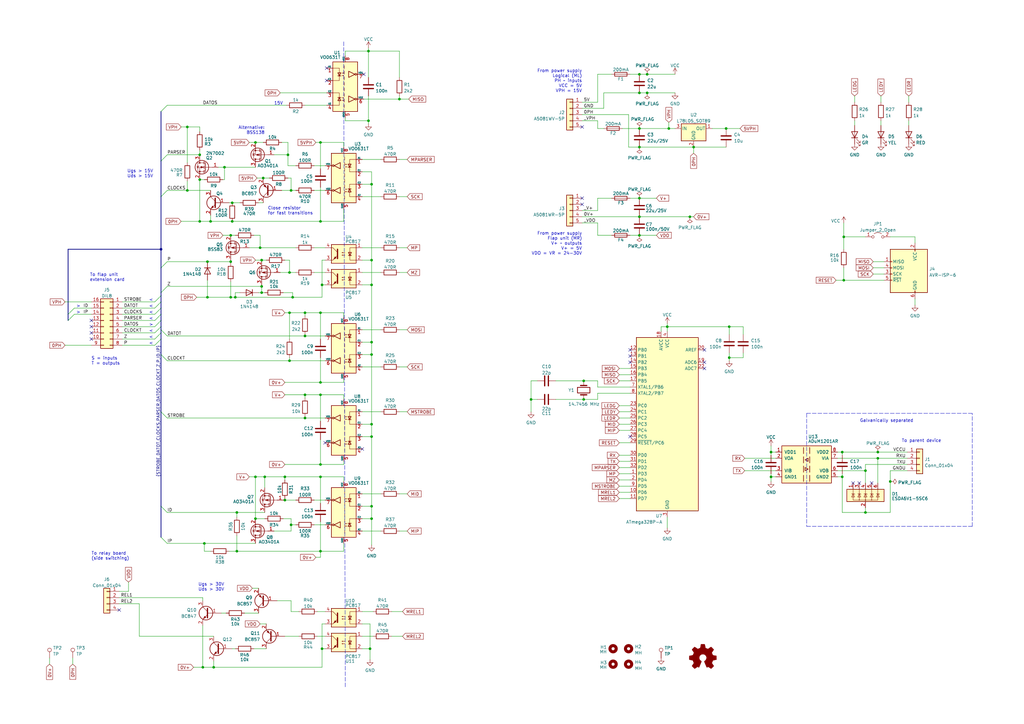
<source format=kicad_sch>
(kicad_sch (version 20211123) (generator eeschema)
  (paper "A3")
  (title_block (title "Solari di Udine platform board control PCB") (date "2023-07-05") (rev "1.1") (company "Model Railroader Club Brno I – KMŽ Brno I – https://kmz-brno.cz/") (comment 1 "Jan Horáček") (comment 2 "https://github.com/kmzbrnoI/solari-control") (comment 3 "https://creativecommons.org/licenses/by-sa/4.0/") (comment 4 "Released under the Creative Commons Attribution-ShareAlike 4.0 License"))
  (junction (at 151.13 20.955))
  (junction (at 106.68 101.6))
  (junction (at 131.445 128.27))
  (junction (at 94.615 96.52))
  (junction (at 119.38 78.105))
  (junction (at 151.13 49.53))
  (junction (at 360.045 185.42))
  (junction (at 76.835 78.105))
  (junction (at 316.23 185.42))
  (junction (at 116.84 205.105))
  (junction (at 97.155 226.06))
  (junction (at 152.4 145.415))
  (junction (at 262.255 96.52))
  (junction (at 81.915 73.66))
  (junction (at 104.775 58.42))
  (junction (at 346.075 97.155))
  (junction (at 132.08 116.84))
  (junction (at 85.09 121.92))
  (junction (at 131.445 190.5))
  (junction (at 131.445 156.845))
  (junction (at 125.095 128.27))
  (junction (at 104.775 195.58))
  (junction (at 66.04 102.235))
  (junction (at 152.4 207.645))
  (junction (at 360.045 187.96))
  (junction (at 131.445 90.805))
  (junction (at 104.775 212.725))
  (junction (at 85.09 107.315))
  (junction (at 297.815 52.705))
  (junction (at 284.48 60.325))
  (junction (at 239.395 156.21))
  (junction (at 152.4 75.565))
  (junction (at 107.315 120.015))
  (junction (at 95.25 90.805))
  (junction (at 299.085 146.685))
  (junction (at 346.075 114.935))
  (junction (at 94.615 121.92))
  (junction (at 274.32 52.705))
  (junction (at 118.745 111.76))
  (junction (at 345.44 195.58))
  (junction (at 125.095 137.795))
  (junction (at 273.685 133.985))
  (junction (at 131.445 58.42))
  (junction (at 132.08 266.065))
  (junction (at 87.63 273.685))
  (junction (at 108.585 195.58))
  (junction (at 152.4 212.725))
  (junction (at 107.315 117.475))
  (junction (at 95.25 83.185))
  (junction (at 262.255 30.48))
  (junction (at 116.84 195.58))
  (junction (at 81.915 90.805))
  (junction (at 94.615 107.315))
  (junction (at 152.4 116.84))
  (junction (at 118.11 63.5))
  (junction (at 299.085 133.985))
  (junction (at 83.82 222.885))
  (junction (at 262.255 38.1))
  (junction (at 152.4 106.68))
  (junction (at 96.52 121.92))
  (junction (at 125.095 171.45))
  (junction (at 163.83 40.64))
  (junction (at 151.765 266.065))
  (junction (at 354.965 193.04))
  (junction (at 262.255 60.325))
  (junction (at 76.835 52.07))
  (junction (at 83.185 273.685))
  (junction (at 265.43 38.1))
  (junction (at 120.015 121.92))
  (junction (at 354.965 210.185))
  (junction (at 97.155 210.185))
  (junction (at 345.44 185.42))
  (junction (at 118.745 147.955))
  (junction (at 86.36 90.805))
  (junction (at 92.075 68.58))
  (junction (at 107.315 106.68))
  (junction (at 81.915 63.5))
  (junction (at 262.255 81.28))
  (junction (at 131.445 226.06))
  (junction (at 118.745 128.27))
  (junction (at 131.445 161.925))
  (junction (at 239.395 163.83))
  (junction (at 262.255 52.705))
  (junction (at 265.43 30.48))
  (junction (at 316.23 195.58))
  (junction (at 119.38 215.265))
  (junction (at 152.4 140.335))
  (junction (at 152.4 173.99))
  (junction (at 262.255 88.9))
  (junction (at 131.445 195.58))
  (junction (at 365.125 197.485))
  (junction (at 217.805 163.83))
  (junction (at 282.956 88.9))
  (junction (at 125.095 161.925))
  (junction (at 152.4 179.07))
  (junction (at 107.95 73.025))
  (no_connect (at 238.76 81.28))
  (no_connect (at 288.925 151.13))
  (no_connect (at 148.59 184.15))
  (no_connect (at 357.505 198.12))
  (no_connect (at 288.925 148.59))
  (no_connect (at 258.445 148.59))
  (no_connect (at 349.885 198.12))
  (no_connect (at 37.465 133.985))
  (no_connect (at 258.445 179.07))
  (no_connect (at 37.465 136.525))
  (no_connect (at 238.76 83.82))
  (no_connect (at 352.425 198.12))
  (no_connect (at 37.465 131.445))
  (no_connect (at 48.895 250.19))
  (no_connect (at 288.925 143.51))
  (no_connect (at 238.76 52.07))
  (no_connect (at 133.985 33.02))
  (no_connect (at 258.445 146.05))
  (no_connect (at 37.465 139.065))
  (no_connect (at 149.225 30.48))
  (no_connect (at 133.985 27.94))
  (no_connect (at 133.35 181.61))
  (no_connect (at 258.445 143.51))
  (bus_entry (at 63.5 133.985) (size 2.54 -2.54))
  (bus_entry (at 68.58 147.955) (size -2.54 -2.54))
  (bus_entry (at 27.94 128.905) (size 2.54 -2.54))
  (bus_entry (at 63.5 141.605) (size 2.54 -2.54))
  (bus_entry (at 27.94 131.445) (size 2.54 -2.54))
  (bus_entry (at 66.04 80.645) (size 2.54 -2.54))
  (bus_entry (at 68.58 222.885) (size -2.54 -2.54))
  (bus_entry (at 66.04 109.855) (size 2.54 -2.54))
  (bus_entry (at 63.5 136.525) (size 2.54 -2.54))
  (bus_entry (at 66.04 66.04) (size 2.54 -2.54))
  (bus_entry (at 68.58 137.795) (size -2.54 -2.54))
  (bus_entry (at 63.5 128.905) (size 2.54 -2.54))
  (bus_entry (at 66.04 121.285) (size -2.54 2.54))
  (bus_entry (at 66.04 120.015) (size 2.54 -2.54))
  (bus_entry (at 63.5 126.365) (size 2.54 -2.54))
  (bus_entry (at 66.04 45.72) (size 2.54 -2.54))
  (bus_entry (at 63.5 139.065) (size 2.54 -2.54))
  (bus_entry (at 63.5 131.445) (size 2.54 -2.54))
  (bus_entry (at 66.04 168.91) (size 2.54 2.54))
  (bus_entry (at 68.58 210.185) (size -2.54 -2.54))
  (wire (pts (xy 95.25 266.065) (xy 96.52 266.065)))
  (wire (pts (xy 57.15 247.65) (xy 57.15 260.985)))
  (wire (pts (xy 118.745 139.065) (xy 118.745 128.27)))
  (bus (pts (xy 27.94 128.905) (xy 27.94 131.445)))
  (wire (pts (xy 148.59 101.6) (xy 156.21 101.6)))
  (wire (pts (xy 116.84 106.68) (xy 118.745 106.68)))
  (wire (pts (xy 165.1 260.985) (xy 160.655 260.985)))
  (wire (pts (xy 98.425 120.015) (xy 96.52 120.015)))
  (wire (pts (xy 375.285 122.555) (xy 375.285 125.095)))
  (wire (pts (xy 29.845 269.875) (xy 29.845 272.415)))
  (wire (pts (xy 97.155 210.185) (xy 108.585 210.185)))
  (wire (pts (xy 107.315 120.015) (xy 108.585 120.015)))
  (wire (pts (xy 57.15 260.985) (xy 87.63 260.985)))
  (polyline (pts (xy 140.97 17.145) (xy 141.605 281.94)))
  (wire (pts (xy 148.59 150.495) (xy 156.21 150.495)))
  (wire (pts (xy 148.59 135.255) (xy 156.21 135.255)))
  (wire (pts (xy 163.83 31.75) (xy 163.83 20.955)))
  (wire (pts (xy 148.59 140.335) (xy 152.4 140.335)))
  (wire (pts (xy 254 204.47) (xy 258.445 204.47)))
  (wire (pts (xy 119.38 246.38) (xy 119.38 250.825)))
  (wire (pts (xy 132.08 266.065) (xy 132.08 273.685)))
  (wire (pts (xy 68.58 117.475) (xy 107.315 117.475)))
  (wire (pts (xy 254 168.91) (xy 258.445 168.91)))
  (wire (pts (xy 90.805 251.46) (xy 92.71 251.46)))
  (wire (pts (xy 140.97 222.885) (xy 140.97 226.06)))
  (wire (pts (xy 343.535 193.04) (xy 354.965 193.04)))
  (bus (pts (xy 66.04 128.905) (xy 66.04 131.445)))
  (wire (pts (xy 125.095 128.27) (xy 125.095 129.54)))
  (wire (pts (xy 141.605 20.955) (xy 151.13 20.955)))
  (wire (pts (xy 254 173.99) (xy 258.445 173.99)))
  (wire (pts (xy 163.83 150.495) (xy 167.005 150.495)))
  (wire (pts (xy 83.185 246.38) (xy 83.185 245.11)))
  (bus (pts (xy 27.94 102.235) (xy 66.04 102.235)))
  (wire (pts (xy 30.48 128.905) (xy 37.465 128.905)))
  (wire (pts (xy 104.14 266.065) (xy 109.22 266.065)))
  (wire (pts (xy 304.8 146.685) (xy 299.085 146.685)))
  (wire (pts (xy 120.015 121.92) (xy 132.08 121.92)))
  (wire (pts (xy 119.38 78.105) (xy 121.285 78.105)))
  (wire (pts (xy 245.11 86.36) (xy 238.76 86.36)))
  (wire (pts (xy 292.1 52.705) (xy 297.815 52.705)))
  (wire (pts (xy 365.125 193.04) (xy 365.125 197.485)))
  (wire (pts (xy 304.8 144.78) (xy 304.8 146.685)))
  (wire (pts (xy 316.23 195.58) (xy 316.23 197.485)))
  (wire (pts (xy 258.445 156.21) (xy 254 156.21)))
  (wire (pts (xy 50.165 131.445) (xy 63.5 131.445)))
  (polyline (pts (xy 330.835 215.9) (xy 398.78 215.9)))
  (wire (pts (xy 85.09 107.315) (xy 94.615 107.315)))
  (wire (pts (xy 119.38 212.725) (xy 119.38 215.265)))
  (wire (pts (xy 360.045 187.96) (xy 372.11 187.96)))
  (wire (pts (xy 239.395 156.21) (xy 227.965 156.21)))
  (wire (pts (xy 131.445 58.42) (xy 131.445 69.215)))
  (bus (pts (xy 66.04 80.645) (xy 66.04 102.235)))
  (wire (pts (xy 118.745 146.685) (xy 118.745 147.955)))
  (wire (pts (xy 125.095 161.925) (xy 125.095 163.195)))
  (wire (pts (xy 245.11 41.91) (xy 238.76 41.91)))
  (wire (pts (xy 245.11 30.48) (xy 245.11 41.91)))
  (wire (pts (xy 131.445 128.27) (xy 131.445 139.065)))
  (bus (pts (xy 66.04 109.855) (xy 66.04 120.015)))
  (wire (pts (xy 132.08 106.68) (xy 132.08 116.84)))
  (wire (pts (xy 245.11 49.53) (xy 238.76 49.53)))
  (wire (pts (xy 112.395 217.805) (xy 119.38 217.805)))
  (bus (pts (xy 66.04 145.415) (xy 66.04 168.91)))
  (wire (pts (xy 254 186.69) (xy 258.445 186.69)))
  (wire (pts (xy 92.075 68.58) (xy 104.775 68.58)))
  (wire (pts (xy 141.605 49.53) (xy 151.13 49.53)))
  (wire (pts (xy 131.445 76.835) (xy 131.445 90.805)))
  (wire (pts (xy 299.085 144.78) (xy 299.085 146.685)))
  (bus (pts (xy 66.04 121.285) (xy 66.04 123.825)))
  (wire (pts (xy 254 196.85) (xy 258.445 196.85)))
  (wire (pts (xy 106.045 120.015) (xy 107.315 120.015)))
  (wire (pts (xy 107.315 116.84) (xy 107.315 117.475)))
  (wire (pts (xy 163.83 101.6) (xy 167.005 101.6)))
  (wire (pts (xy 93.98 226.06) (xy 97.155 226.06)))
  (wire (pts (xy 305.435 187.96) (xy 318.135 187.96)))
  (wire (pts (xy 148.59 65.405) (xy 156.21 65.405)))
  (wire (pts (xy 50.165 123.825) (xy 63.5 123.825)))
  (wire (pts (xy 100.33 251.46) (xy 106.045 251.46)))
  (bus (pts (xy 66.04 45.72) (xy 66.04 66.04)))
  (wire (pts (xy 316.23 195.58) (xy 318.135 195.58)))
  (wire (pts (xy 217.805 156.21) (xy 217.805 163.83)))
  (wire (pts (xy 140.97 197.485) (xy 140.97 195.58)))
  (polyline (pts (xy 330.835 169.545) (xy 398.78 169.545)))
  (wire (pts (xy 163.83 65.405) (xy 167.005 65.405)))
  (wire (pts (xy 305.435 193.04) (xy 318.135 193.04)))
  (wire (pts (xy 217.805 163.83) (xy 217.805 168.91)))
  (wire (pts (xy 254 194.31) (xy 258.445 194.31)))
  (wire (pts (xy 345.44 185.42) (xy 360.045 185.42)))
  (wire (pts (xy 116.84 161.925) (xy 125.095 161.925)))
  (wire (pts (xy 50.165 136.525) (xy 63.5 136.525)))
  (wire (pts (xy 152.4 106.68) (xy 152.4 116.84)))
  (wire (pts (xy 108.585 195.58) (xy 116.84 195.58)))
  (wire (pts (xy 107.315 106.68) (xy 109.22 106.68)))
  (wire (pts (xy 94.615 96.52) (xy 96.52 96.52)))
  (wire (pts (xy 131.445 156.845) (xy 116.84 156.845)))
  (wire (pts (xy 258.445 151.13) (xy 254 151.13)))
  (bus (pts (xy 66.04 168.91) (xy 66.04 207.645)))
  (wire (pts (xy 163.83 168.91) (xy 167.005 168.91)))
  (wire (pts (xy 132.08 116.84) (xy 133.35 116.84)))
  (wire (pts (xy 258.445 96.52) (xy 262.255 96.52)))
  (wire (pts (xy 247.65 44.45) (xy 238.76 44.45)))
  (bus (pts (xy 66.04 126.365) (xy 66.04 128.905)))
  (wire (pts (xy 255.27 52.705) (xy 262.255 52.705)))
  (wire (pts (xy 148.59 202.565) (xy 156.21 202.565)))
  (wire (pts (xy 238.76 88.9) (xy 262.255 88.9)))
  (wire (pts (xy 350.52 39.37) (xy 350.52 41.91)))
  (wire (pts (xy 372.745 39.37) (xy 372.745 41.91)))
  (wire (pts (xy 68.58 63.5) (xy 81.915 63.5)))
  (wire (pts (xy 81.915 53.975) (xy 81.915 52.07)))
  (wire (pts (xy 68.58 43.18) (xy 117.475 43.18)))
  (wire (pts (xy 245.11 52.705) (xy 245.11 49.53)))
  (wire (pts (xy 152.4 70.485) (xy 148.59 70.485)))
  (wire (pts (xy 48.895 247.65) (xy 57.15 247.65)))
  (wire (pts (xy 273.685 212.09) (xy 273.685 216.535)))
  (wire (pts (xy 148.59 217.805) (xy 156.21 217.805)))
  (wire (pts (xy 76.835 74.295) (xy 76.835 78.105)))
  (wire (pts (xy 131.445 161.925) (xy 125.095 161.925)))
  (wire (pts (xy 297.815 52.705) (xy 303.53 52.705)))
  (wire (pts (xy 118.11 58.42) (xy 118.11 63.5)))
  (wire (pts (xy 140.97 156.845) (xy 131.445 156.845)))
  (wire (pts (xy 85.09 114.935) (xy 85.09 121.92)))
  (wire (pts (xy 131.445 190.5) (xy 116.84 190.5)))
  (wire (pts (xy 50.165 126.365) (xy 63.5 126.365)))
  (wire (pts (xy 81.915 61.595) (xy 81.915 63.5)))
  (wire (pts (xy 118.745 147.955) (xy 133.35 147.955)))
  (wire (pts (xy 106.045 83.185) (xy 107.95 83.185)))
  (wire (pts (xy 274.32 52.705) (xy 276.86 52.705)))
  (wire (pts (xy 97.155 226.06) (xy 131.445 226.06)))
  (wire (pts (xy 254 166.37) (xy 258.445 166.37)))
  (wire (pts (xy 346.075 97.155) (xy 354.965 97.155)))
  (wire (pts (xy 265.43 30.48) (xy 276.86 30.48)))
  (wire (pts (xy 92.075 68.58) (xy 92.075 73.66)))
  (wire (pts (xy 163.83 135.255) (xy 167.005 135.255)))
  (wire (pts (xy 118.745 128.27) (xy 116.84 128.27)))
  (wire (pts (xy 94.615 115.57) (xy 94.615 121.92)))
  (wire (pts (xy 118.745 111.76) (xy 121.285 111.76)))
  (wire (pts (xy 125.095 128.27) (xy 118.745 128.27)))
  (wire (pts (xy 245.11 163.83) (xy 245.11 161.29)))
  (wire (pts (xy 52.705 238.76) (xy 52.705 242.57)))
  (wire (pts (xy 76.835 78.105) (xy 86.36 78.105)))
  (wire (pts (xy 128.905 101.6) (xy 133.35 101.6)))
  (wire (pts (xy 151.13 20.955) (xy 163.83 20.955)))
  (wire (pts (xy 247.65 38.1) (xy 247.65 44.45)))
  (wire (pts (xy 299.085 133.985) (xy 299.085 137.16)))
  (wire (pts (xy 274.32 50.165) (xy 274.32 52.705)))
  (wire (pts (xy 68.58 171.45) (xy 125.095 171.45)))
  (wire (pts (xy 140.97 189.23) (xy 140.97 190.5)))
  (wire (pts (xy 245.11 91.44) (xy 245.11 96.52)))
  (wire (pts (xy 76.835 52.07) (xy 81.915 52.07)))
  (wire (pts (xy 258.445 153.67) (xy 254 153.67)))
  (wire (pts (xy 346.075 114.935) (xy 342.9 114.935)))
  (wire (pts (xy 74.295 90.805) (xy 81.915 90.805)))
  (wire (pts (xy 131.445 161.925) (xy 131.445 172.72)))
  (wire (pts (xy 346.075 91.44) (xy 346.075 97.155)))
  (wire (pts (xy 140.97 161.925) (xy 131.445 161.925)))
  (wire (pts (xy 86.36 90.805) (xy 95.25 90.805)))
  (wire (pts (xy 104.775 58.42) (xy 107.95 58.42)))
  (wire (pts (xy 245.11 81.28) (xy 245.11 86.36)))
  (wire (pts (xy 50.165 139.065) (xy 63.5 139.065)))
  (wire (pts (xy 245.11 81.28) (xy 250.825 81.28)))
  (wire (pts (xy 273.685 133.985) (xy 299.085 133.985)))
  (wire (pts (xy 163.83 111.76) (xy 167.005 111.76)))
  (wire (pts (xy 96.52 121.92) (xy 120.015 121.92)))
  (wire (pts (xy 140.97 155.575) (xy 140.97 156.845)))
  (wire (pts (xy 86.36 226.06) (xy 83.82 226.06)))
  (wire (pts (xy 115.57 78.105) (xy 119.38 78.105)))
  (wire (pts (xy 152.4 173.99) (xy 152.4 145.415)))
  (wire (pts (xy 254 171.45) (xy 258.445 171.45)))
  (wire (pts (xy 254 189.23) (xy 258.445 189.23)))
  (wire (pts (xy 247.65 38.1) (xy 262.255 38.1)))
  (wire (pts (xy 125.095 170.815) (xy 125.095 171.45)))
  (wire (pts (xy 68.58 137.795) (xy 125.095 137.795)))
  (wire (pts (xy 354.965 208.28) (xy 354.965 210.185)))
  (wire (pts (xy 81.915 73.66) (xy 83.82 73.66)))
  (wire (pts (xy 152.4 212.725) (xy 152.4 207.645)))
  (wire (pts (xy 83.82 226.06) (xy 83.82 222.885)))
  (wire (pts (xy 262.255 60.325) (xy 284.48 60.325)))
  (wire (pts (xy 83.185 256.54) (xy 83.185 273.685)))
  (wire (pts (xy 360.045 187.96) (xy 360.045 198.12)))
  (wire (pts (xy 68.58 78.105) (xy 76.835 78.105)))
  (wire (pts (xy 273.685 132.715) (xy 273.685 133.985)))
  (wire (pts (xy 148.59 116.84) (xy 152.4 116.84)))
  (wire (pts (xy 50.165 128.905) (xy 63.5 128.905)))
  (wire (pts (xy 97.155 210.185) (xy 97.155 212.09)))
  (wire (pts (xy 120.015 120.015) (xy 120.015 121.92)))
  (wire (pts (xy 265.43 38.1) (xy 276.86 38.1)))
  (wire (pts (xy 114.935 111.76) (xy 118.745 111.76)))
  (wire (pts (xy 93.98 83.185) (xy 95.25 83.185)))
  (wire (pts (xy 354.965 193.04) (xy 354.965 198.12)))
  (wire (pts (xy 102.235 58.42) (xy 104.775 58.42)))
  (wire (pts (xy 343.535 185.42) (xy 345.44 185.42)))
  (wire (pts (xy 239.395 163.83) (xy 245.11 163.83)))
  (wire (pts (xy 68.58 147.955) (xy 118.745 147.955)))
  (wire (pts (xy 151.13 19.685) (xy 151.13 20.955)))
  (wire (pts (xy 30.48 126.365) (xy 37.465 126.365)))
  (bus (pts (xy 66.04 133.985) (xy 66.04 135.255)))
  (wire (pts (xy 262.255 30.48) (xy 265.43 30.48)))
  (wire (pts (xy 362.585 109.855) (xy 358.14 109.855)))
  (wire (pts (xy 131.445 195.58) (xy 131.445 206.375)))
  (wire (pts (xy 365.125 97.155) (xy 375.285 97.155)))
  (wire (pts (xy 26.67 123.825) (xy 37.465 123.825)))
  (wire (pts (xy 128.905 111.76) (xy 133.35 111.76)))
  (wire (pts (xy 304.8 133.985) (xy 304.8 137.16)))
  (wire (pts (xy 152.4 207.645) (xy 148.59 207.645)))
  (wire (pts (xy 361.315 49.53) (xy 361.315 51.435)))
  (wire (pts (xy 262.255 81.28) (xy 269.24 81.28)))
  (wire (pts (xy 273.685 133.985) (xy 271.145 133.985)))
  (wire (pts (xy 131.445 146.685) (xy 131.445 156.845)))
  (wire (pts (xy 116.84 260.985) (xy 122.555 260.985)))
  (wire (pts (xy 372.745 49.53) (xy 372.745 51.435)))
  (wire (pts (xy 152.4 75.565) (xy 152.4 70.485)))
  (wire (pts (xy 96.52 120.015) (xy 96.52 121.92)))
  (wire (pts (xy 118.11 63.5) (xy 118.11 67.945)))
  (wire (pts (xy 112.395 63.5) (xy 118.11 63.5)))
  (wire (pts (xy 152.4 75.565) (xy 152.4 106.68)))
  (wire (pts (xy 113.665 246.38) (xy 119.38 246.38)))
  (wire (pts (xy 238.76 46.99) (xy 257.81 46.99)))
  (wire (pts (xy 132.08 116.84) (xy 132.08 121.92)))
  (wire (pts (xy 245.11 156.21) (xy 239.395 156.21)))
  (bus (pts (xy 66.04 66.04) (xy 66.04 80.645)))
  (wire (pts (xy 132.08 106.68) (xy 133.35 106.68)))
  (wire (pts (xy 257.81 46.99) (xy 257.81 60.325)))
  (wire (pts (xy 125.095 43.18) (xy 133.985 43.18)))
  (wire (pts (xy 151.13 49.53) (xy 151.13 50.8)))
  (wire (pts (xy 48.895 242.57) (xy 52.705 242.57)))
  (wire (pts (xy 68.58 210.185) (xy 97.155 210.185)))
  (bus (pts (xy 66.04 120.015) (xy 66.04 121.285)))
  (wire (pts (xy 152.4 223.52) (xy 152.4 212.725)))
  (bus (pts (xy 66.04 139.065) (xy 66.04 145.415)))
  (wire (pts (xy 227.965 163.83) (xy 239.395 163.83)))
  (wire (pts (xy 148.59 75.565) (xy 152.4 75.565)))
  (wire (pts (xy 95.25 90.805) (xy 131.445 90.805)))
  (wire (pts (xy 163.83 40.64) (xy 149.225 40.64)))
  (wire (pts (xy 80.645 121.92) (xy 85.09 121.92)))
  (wire (pts (xy 151.13 20.955) (xy 151.13 31.75)))
  (wire (pts (xy 130.175 250.825) (xy 133.35 250.825)))
  (wire (pts (xy 148.59 212.725) (xy 152.4 212.725)))
  (wire (pts (xy 119.38 215.265) (xy 119.38 217.805)))
  (wire (pts (xy 299.085 146.685) (xy 299.085 147.955)))
  (wire (pts (xy 163.83 80.645) (xy 167.005 80.645)))
  (wire (pts (xy 350.52 49.53) (xy 350.52 51.435)))
  (wire (pts (xy 132.08 266.065) (xy 133.35 266.065)))
  (wire (pts (xy 151.765 266.065) (xy 151.765 270.51)))
  (wire (pts (xy 128.905 78.105) (xy 133.35 78.105)))
  (wire (pts (xy 107.95 73.025) (xy 110.49 73.025)))
  (wire (pts (xy 273.685 133.985) (xy 273.685 135.89)))
  (wire (pts (xy 108.585 195.58) (xy 108.585 200.025)))
  (wire (pts (xy 148.59 179.07) (xy 152.4 179.07)))
  (wire (pts (xy 94.615 106.68) (xy 94.615 107.315)))
  (wire (pts (xy 346.075 109.855) (xy 346.075 114.935)))
  (wire (pts (xy 152.4 179.07) (xy 152.4 173.99)))
  (wire (pts (xy 262.255 88.9) (xy 282.956 88.9)))
  (wire (pts (xy 118.11 67.945) (xy 121.285 67.945)))
  (wire (pts (xy 95.25 83.185) (xy 98.425 83.185)))
  (wire (pts (xy 48.895 245.11) (xy 83.185 245.11)))
  (wire (pts (xy 133.35 205.105) (xy 128.905 205.105)))
  (wire (pts (xy 83.185 273.685) (xy 87.63 273.685)))
  (wire (pts (xy 360.045 185.42) (xy 372.11 185.42)))
  (wire (pts (xy 299.085 133.985) (xy 304.8 133.985)))
  (wire (pts (xy 116.84 195.58) (xy 131.445 195.58)))
  (wire (pts (xy 361.315 39.37) (xy 361.315 41.91)))
  (bus (pts (xy 66.04 135.255) (xy 66.04 136.525)))
  (wire (pts (xy 245.11 52.705) (xy 247.65 52.705)))
  (wire (pts (xy 141.605 22.86) (xy 141.605 20.955)))
  (wire (pts (xy 81.915 73.66) (xy 81.915 90.805)))
  (wire (pts (xy 163.83 39.37) (xy 163.83 40.64)))
  (wire (pts (xy 131.445 90.805) (xy 140.97 90.805)))
  (wire (pts (xy 104.775 212.725) (xy 108.585 212.725)))
  (wire (pts (xy 104.775 195.58) (xy 104.775 212.725)))
  (wire (pts (xy 106.68 96.52) (xy 106.68 101.6)))
  (wire (pts (xy 76.835 52.07) (xy 76.835 66.675)))
  (wire (pts (xy 148.59 266.065) (xy 151.765 266.065)))
  (wire (pts (xy 140.97 128.27) (xy 131.445 128.27)))
  (wire (pts (xy 151.765 255.905) (xy 151.765 266.065)))
  (wire (pts (xy 102.235 195.58) (xy 104.775 195.58)))
  (wire (pts (xy 140.97 195.58) (xy 131.445 195.58)))
  (wire (pts (xy 284.48 88.9) (xy 282.956 88.9)))
  (wire (pts (xy 131.445 226.06) (xy 131.445 228.6)))
  (wire (pts (xy 365.125 193.04) (xy 372.11 193.04)))
  (wire (pts (xy 151.13 39.37) (xy 151.13 49.53)))
  (wire (pts (xy 83.82 222.885) (xy 104.775 222.885)))
  (wire (pts (xy 254 191.77) (xy 258.445 191.77)))
  (wire (pts (xy 141.605 48.26) (xy 141.605 49.53)))
  (wire (pts (xy 163.83 217.805) (xy 167.005 217.805)))
  (wire (pts (xy 81.915 90.805) (xy 86.36 90.805)))
  (wire (pts (xy 102.235 101.6) (xy 106.68 101.6)))
  (wire (pts (xy 345.44 195.58) (xy 345.44 210.185)))
  (wire (pts (xy 104.775 195.58) (xy 108.585 195.58)))
  (wire (pts (xy 85.09 121.92) (xy 94.615 121.92)))
  (wire (pts (xy 119.38 250.825) (xy 122.555 250.825)))
  (wire (pts (xy 362.585 114.935) (xy 346.075 114.935)))
  (wire (pts (xy 220.345 156.21) (xy 217.805 156.21)))
  (wire (pts (xy 245.11 30.48) (xy 250.825 30.48)))
  (wire (pts (xy 116.205 205.105) (xy 116.84 205.105)))
  (wire (pts (xy 133.35 67.945) (xy 128.905 67.945)))
  (wire (pts (xy 262.255 38.1) (xy 265.43 38.1)))
  (wire (pts (xy 163.83 202.565) (xy 167.005 202.565)))
  (wire (pts (xy 148.59 168.91) (xy 156.21 168.91)))
  (wire (pts (xy 258.445 161.29) (xy 245.11 161.29)))
  (wire (pts (xy 87.63 271.145) (xy 87.63 273.685)))
  (wire (pts (xy 106.68 101.6) (xy 121.285 101.6)))
  (wire (pts (xy 262.255 60.325) (xy 257.81 60.325)))
  (wire (pts (xy 345.44 185.42) (xy 345.44 186.69)))
  (wire (pts (xy 97.155 219.71) (xy 97.155 226.06)))
  (wire (pts (xy 346.075 97.155) (xy 346.075 102.235)))
  (wire (pts (xy 79.375 273.685) (xy 83.185 273.685)))
  (wire (pts (xy 116.205 120.015) (xy 120.015 120.015)))
  (wire (pts (xy 118.745 106.68) (xy 118.745 111.76)))
  (wire (pts (xy 258.445 30.48) (xy 262.255 30.48)))
  (wire (pts (xy 245.11 158.75) (xy 245.11 156.21)))
  (wire (pts (xy 152.4 145.415) (xy 148.59 145.415)))
  (wire (pts (xy 128.905 215.265) (xy 133.35 215.265)))
  (wire (pts (xy 129.54 58.42) (xy 131.445 58.42)))
  (bus (pts (xy 66.04 131.445) (xy 66.04 133.985)))
  (wire (pts (xy 343.535 195.58) (xy 345.44 195.58)))
  (wire (pts (xy 125.095 137.16) (xy 125.095 137.795)))
  (wire (pts (xy 140.97 85.725) (xy 140.97 90.805)))
  (wire (pts (xy 354.965 190.5) (xy 372.11 190.5)))
  (wire (pts (xy 133.35 171.45) (xy 125.095 171.45)))
  (wire (pts (xy 245.11 96.52) (xy 250.825 96.52)))
  (wire (pts (xy 20.32 269.875) (xy 20.32 272.415)))
  (wire (pts (xy 131.445 128.27) (xy 125.095 128.27)))
  (bus (pts (xy 27.94 102.235) (xy 27.94 128.905)))
  (wire (pts (xy 271.145 133.985) (xy 271.145 135.89)))
  (wire (pts (xy 316.23 182.88) (xy 316.23 185.42)))
  (wire (pts (xy 132.08 255.905) (xy 133.35 255.905)))
  (wire (pts (xy 316.23 186.69) (xy 316.23 185.42)))
  (wire (pts (xy 254 199.39) (xy 258.445 199.39)))
  (wire (pts (xy 140.97 58.42) (xy 131.445 58.42)))
  (bus (pts (xy 66.04 207.645) (xy 66.04 220.345)))
  (wire (pts (xy 132.08 255.905) (xy 132.08 266.065)))
  (wire (pts (xy 26.67 141.605) (xy 37.465 141.605)))
  (wire (pts (xy 354.965 190.5) (xy 354.965 193.04)))
  (wire (pts (xy 152.4 179.07) (xy 152.4 207.645)))
  (wire (pts (xy 87.63 273.685) (xy 132.08 273.685)))
  (wire (pts (xy 362.585 112.395) (xy 358.14 112.395)))
  (wire (pts (xy 345.44 194.31) (xy 345.44 195.58)))
  (wire (pts (xy 284.48 60.325) (xy 297.815 60.325)))
  (wire (pts (xy 118.11 73.025) (xy 119.38 73.025)))
  (wire (pts (xy 140.97 130.175) (xy 140.97 128.27)))
  (wire (pts (xy 131.445 213.995) (xy 131.445 226.06)))
  (wire (pts (xy 91.44 96.52) (xy 94.615 96.52)))
  (wire (pts (xy 89.535 68.58) (xy 92.075 68.58)))
  (wire (pts (xy 284.48 60.325) (xy 284.48 62.865)))
  (bus (pts (xy 66.04 136.525) (xy 66.04 139.065)))
  (wire (pts (xy 354.965 210.185) (xy 365.125 210.185)))
  (wire (pts (xy 258.445 181.61) (xy 254 181.61)))
  (wire (pts (xy 94.615 121.92) (xy 96.52 121.92)))
  (wire (pts (xy 362.585 107.315) (xy 358.14 107.315)))
  (wire (pts (xy 254 176.53) (xy 258.445 176.53)))
  (wire (pts (xy 140.97 60.325) (xy 140.97 58.42)))
  (bus (pts (xy 66.04 123.825) (xy 66.04 126.365)))
  (wire (pts (xy 106.68 255.905) (xy 109.22 255.905)))
  (wire (pts (xy 140.97 163.83) (xy 140.97 161.925)))
  (wire (pts (xy 153.035 250.825) (xy 148.59 250.825)))
  (wire (pts (xy 345.44 210.185) (xy 354.965 210.185)))
  (wire (pts (xy 343.535 187.96) (xy 360.045 187.96)))
  (wire (pts (xy 153.035 260.985) (xy 148.59 260.985)))
  (wire (pts (xy 152.4 145.415) (xy 152.4 140.335)))
  (wire (pts (xy 163.83 40.64) (xy 167.64 40.64)))
  (wire (pts (xy 50.165 133.985) (xy 63.5 133.985)))
  (wire (pts (xy 119.38 73.025) (xy 119.38 78.105)))
  (wire (pts (xy 148.59 111.76) (xy 156.21 111.76)))
  (wire (pts (xy 152.4 173.99) (xy 148.59 173.99)))
  (wire (pts (xy 140.97 190.5) (xy 131.445 190.5)))
  (wire (pts (xy 116.84 195.58) (xy 116.84 196.85)))
  (wire (pts (xy 68.58 107.315) (xy 85.09 107.315)))
  (wire (pts (xy 68.58 222.885) (xy 83.82 222.885)))
  (wire (pts (xy 86.36 88.265) (xy 86.36 90.805)))
  (wire (pts (xy 254 201.93) (xy 258.445 201.93)))
  (wire (pts (xy 116.84 204.47) (xy 116.84 205.105)))
  (wire (pts (xy 262.255 52.705) (xy 274.32 52.705)))
  (wire (pts (xy 130.175 260.985) (xy 133.35 260.985)))
  (bus (pts (xy 66.04 102.235) (xy 66.04 109.855)))
  (wire (pts (xy 165.1 250.825) (xy 160.655 250.825)))
  (wire (pts (xy 258.445 158.75) (xy 245.11 158.75)))
  (wire (pts (xy 140.97 226.06) (xy 131.445 226.06)))
  (wire (pts (xy 103.505 241.3) (xy 106.045 241.3)))
  (wire (pts (xy 262.255 96.52) (xy 269.24 96.52)))
  (wire (pts (xy 152.4 116.84) (xy 152.4 140.335)))
  (wire (pts (xy 316.23 185.42) (xy 318.135 185.42)))
  (wire (pts (xy 115.57 58.42) (xy 118.11 58.42)))
  (wire (pts (xy 94.615 107.315) (xy 94.615 107.95)))
  (polyline (pts (xy 330.835 169.545) (xy 330.835 215.9)))
  (wire (pts (xy 104.14 96.52) (xy 106.68 96.52)))
  (wire (pts (xy 114.935 38.1) (xy 133.985 38.1)))
  (wire (pts (xy 104.775 106.68) (xy 107.315 106.68)))
  (wire (pts (xy 148.59 255.905) (xy 151.765 255.905)))
  (wire (pts (xy 316.23 194.31) (xy 316.23 195.58)))
  (wire (pts (xy 365.125 197.485) (xy 365.125 210.185)))
  (wire (pts (xy 238.76 91.44) (xy 245.11 91.44)))
  (wire (pts (xy 105.41 73.025) (xy 107.95 73.025)))
  (wire (pts (xy 50.165 141.605) (xy 63.5 141.605)))
  (wire (pts (xy 107.315 117.475) (xy 107.315 120.015)))
  (wire (pts (xy 91.44 73.66) (xy 92.075 73.66)))
  (wire (pts (xy 133.35 137.795) (xy 125.095 137.795)))
  (wire (pts (xy 148.59 106.68) (xy 152.4 106.68)))
  (wire (pts (xy 116.205 212.725) (xy 119.38 212.725)))
  (wire (pts (xy 148.59 80.645) (xy 156.21 80.645)))
  (wire (pts (xy 131.445 228.6) (xy 129.54 228.6)))
  (wire (pts (xy 116.84 205.105) (xy 121.285 205.105)))
  (polyline (pts (xy 398.78 215.9) (xy 398.78 169.545)))
  (wire (pts (xy 220.345 163.83) (xy 217.805 163.83)))
  (wire (pts (xy 74.295 52.07) (xy 76.835 52.07)))
  (wire (pts (xy 375.285 97.155) (xy 375.285 99.695)))
  (wire (pts (xy 131.445 180.34) (xy 131.445 190.5)))
  (wire (pts (xy 119.38 215.265) (xy 121.285 215.265)))
  (wire (pts (xy 258.445 81.28) (xy 262.255 81.28)))
  (text "<" (at 62.865 136.525 180) (effects (font (size 1.27 1.27)) (justify right bottom)))
  (text "<" (at 62.865 126.365 180) (effects (font (size 1.27 1.27)) (justify right bottom)))
  (text "To relay board\n(side switching)" (at 37.465 229.87 0) (effects (font (size 1.27 1.27)) (justify left bottom)))
  (text "<" (at 62.865 131.445 180) (effects (font (size 1.27 1.27)) (justify right bottom)))
  (text "15V" (at 112.395 43.18 0) (effects (font (size 1.27 1.27)) (justify left bottom)))
  (text "To parent device" (at 386.08 181.61 180) (effects (font (size 1.27 1.27)) (justify right bottom)))
  (text ">" (at 33.02 128.905 180) (effects (font (size 1.27 1.27)) (justify right bottom)))
  (text "Ugs > 30V\nUds > 30V" (at 81.28 242.57 0) (effects (font (size 1.27 1.27)) (justify left bottom)))
  (text "From power supply\nFlap unit (MR)\nV+ ~ outputs\nV+ = 5V\nVDO = VR = 24-30V" (at 238.76 104.775 180) (effects (font (size 1.27 1.27)) (justify right bottom)))
  (text ">" (at 33.02 126.365 180) (effects (font (size 1.27 1.27)) (justify right bottom)))
  (text "Ugs > 15V\nUds > 15V" (at 62.865 73.025 180) (effects (font (size 1.27 1.27)) (justify right bottom)))
  (text "<" (at 62.865 141.605 180) (effects (font (size 1.27 1.27)) (justify right bottom)))
  (text "From power supply\nLogical (ML)\nPH ~ inputs\nVCC = 5V\nVPH = 15V" (at 238.76 38.1 180) (effects (font (size 1.27 1.27)) (justify right bottom)))
  (text "Galvanically separated" (at 374.65 173.355 180) (effects (font (size 1.27 1.27)) (justify right bottom)))
  (text "To flap unit\nextension card" (at 36.83 115.57 0) (effects (font (size 1.27 1.27)) (justify left bottom)))
  (text "<" (at 62.865 123.825 180) (effects (font (size 1.27 1.27)) (justify right bottom)))
  (text "<" (at 62.865 139.065 180) (effects (font (size 1.27 1.27)) (justify right bottom)))
  (text ">" (at 62.865 133.985 180) (effects (font (size 1.27 1.27)) (justify right bottom)))
  (text "Alternative:\nBSS138" (at 108.585 55.245 180) (effects (font (size 1.27 1.27)) (justify right bottom)))
  (text "Close resistor\nfor fast transitions" (at 109.855 88.265 0) (effects (font (size 1.27 1.27)) (justify left bottom)))
  (text "S = inputs\nT = outputs" (at 37.465 149.86 0) (effects (font (size 1.27 1.27)) (justify left bottom)))
  (text "<" (at 62.865 128.905 180) (effects (font (size 1.27 1.27)) (justify right bottom)))
  (label "ID" (at 36.195 126.365 180))
  (label "RXU" (at 371.475 187.96 180))
  (label "DATOS" (at 50.8 133.985 0))
  (label "IP" (at 36.195 128.905 180))
  (label "5V" (at 239.395 41.91 0))
  (label "P" (at 68.58 107.315 0))
  (label "_VPH" (at 239.395 49.53 0))
  (label "Z" (at 68.58 117.475 0))
  (label "VCCU" (at 371.475 185.42 180))
  (label "CLOCKT" (at 50.8 136.525 0))
  (label "GND" (at 239.395 44.45 0))
  (label "0V+" (at 239.395 88.9 0))
  (label "PARSER" (at 50.8 131.445 0))
  (label "{STROBE,DATOT,CLOCKS,PARSER,DATOS,CLOCKT,Z,P,ID,IP}" (at 66.04 195.58 90))
  (label "_V+" (at 239.395 86.36 0))
  (label "_VDO" (at 239.395 91.44 0))
  (label "STROBE" (at 68.58 171.45 0))
  (label "REL2" (at 49.53 247.65 0))
  (label "ID" (at 68.58 210.185 0))
  (label "DATOT" (at 68.58 137.795 0))
  (label "IP" (at 68.58 222.885 0))
  (label "0PH" (at 239.395 46.99 0))
  (label "TXU" (at 371.475 190.5 180))
  (label "PARSER" (at 68.58 63.5 0))
  (label "GNDU" (at 371.475 193.04 180))
  (label "Z" (at 50.8 139.065 0))
  (label "CLOCKT" (at 68.58 147.955 0))
  (label "P" (at 50.8 141.605 0))
  (label "CLOCKS" (at 68.58 78.105 0))
  (label "CLOCKS" (at 50.8 128.905 0))
  (label "STROBE" (at 50.8 123.825 0))
  (label "DATOT" (at 50.8 126.365 0))
  (label "DATOS" (at 83.185 43.18 0))
  (label "REL1" (at 49.53 245.11 0))
  (global_label "VPH" (shape input) (at 26.67 123.825 180) (property "Intersheet References" "${INTERSHEET_REFS}" (effects hide)))
  (global_label "VPH" (shape input) (at 274.32 50.165 90) (property "Intersheet References" "${INTERSHEET_REFS}" (effects hide)))
  (global_label "VDO" (shape input) (at 52.705 238.76 90) (property "Intersheet References" "${INTERSHEET_REFS}" (effects hide)))
  (global_label "TX" (shape input) (at 305.435 193.04 180) (property "Intersheet References" "${INTERSHEET_REFS}" (effects hide)))
  (global_label "MISO" (shape input) (at 358.14 107.315 180) (property "Intersheet References" "${INTERSHEET_REFS}" (effects hide)))
  (global_label "VPH" (shape input) (at 91.44 96.52 180) (property "Intersheet References" "${INTERSHEET_REFS}" (effects hide)))
  (global_label "V+" (shape input) (at 269.24 81.28 0) (property "Intersheet References" "${INTERSHEET_REFS}" (effects hide)))
  (global_label "RESET" (shape input) (at 342.9 114.935 180) (property "Intersheet References" "${INTERSHEET_REFS}" (effects hide)))
  (global_label "5VPH" (shape input) (at 129.54 58.42 180) (property "Intersheet References" "${INTERSHEET_REFS}" (effects hide)))
  (global_label "0V+" (shape input) (at 20.32 272.415 270) (property "Intersheet References" "${INTERSHEET_REFS}" (effects hide)))
  (global_label "MZ" (shape input) (at 167.005 111.76 0) (property "Intersheet References" "${INTERSHEET_REFS}" (effects hide)))
  (global_label "MREL2" (shape input) (at 165.1 260.985 0) (property "Intersheet References" "${INTERSHEET_REFS}" (effects hide)))
  (global_label "0V+" (shape input) (at 79.375 273.685 180) (property "Intersheet References" "${INTERSHEET_REFS}" (effects hide)))
  (global_label "RX" (shape input) (at 254 186.69 180) (property "Intersheet References" "${INTERSHEET_REFS}" (effects hide)))
  (global_label "SCK" (shape input) (at 167.005 80.645 0) (property "Intersheet References" "${INTERSHEET_REFS}" (effects hide)))
  (global_label "0V+" (shape input) (at 129.54 228.6 180) (property "Intersheet References" "${INTERSHEET_REFS}" (effects hide)))
  (global_label "0PH" (shape input) (at 284.48 62.865 270) (property "Intersheet References" "${INTERSHEET_REFS}" (effects hide)))
  (global_label "MREL1" (shape input) (at 254 201.93 180) (property "Intersheet References" "${INTERSHEET_REFS}" (effects hide)))
  (global_label "VDO" (shape input) (at 106.68 255.905 180) (property "Intersheet References" "${INTERSHEET_REFS}" (effects hide)))
  (global_label "MSTROBE" (shape input) (at 254 199.39 180) (property "Intersheet References" "${INTERSHEET_REFS}" (effects hide)))
  (global_label "MOSI" (shape input) (at 254 151.13 180) (property "Intersheet References" "${INTERSHEET_REFS}" (effects hide)))
  (global_label "LEDG" (shape input) (at 254 166.37 180) (property "Intersheet References" "${INTERSHEET_REFS}" (effects hide)))
  (global_label "MSTROBE" (shape input) (at 167.005 168.91 0) (property "Intersheet References" "${INTERSHEET_REFS}" (effects hide)))
  (global_label "VPH" (shape input) (at 74.295 52.07 180) (property "Intersheet References" "${INTERSHEET_REFS}" (effects hide)))
  (global_label "MP" (shape input) (at 254 194.31 180) (property "Intersheet References" "${INTERSHEET_REFS}" (effects hide)))
  (global_label "MZ" (shape input) (at 254 196.85 180) (property "Intersheet References" "${INTERSHEET_REFS}" (effects hide)))
  (global_label "0PH" (shape input) (at 114.935 38.1 180) (property "Intersheet References" "${INTERSHEET_REFS}" (effects hide)))
  (global_label "V+" (shape input) (at 116.84 128.27 180) (property "Intersheet References" "${INTERSHEET_REFS}" (effects hide)))
  (global_label "0PH" (shape input) (at 80.645 121.92 180) (property "Intersheet References" "${INTERSHEET_REFS}" (effects hide)))
  (global_label "5VPH" (shape input) (at 102.235 58.42 180) (property "Intersheet References" "${INTERSHEET_REFS}" (effects hide)))
  (global_label "LEDG" (shape input) (at 350.52 39.37 90) (property "Intersheet References" "${INTERSHEET_REFS}" (effects hide)))
  (global_label "LEDR" (shape input) (at 372.745 39.37 90) (property "Intersheet References" "${INTERSHEET_REFS}" (effects hide)))
  (global_label "V+" (shape input) (at 102.235 195.58 180) (property "Intersheet References" "${INTERSHEET_REFS}" (effects hide)))
  (global_label "V+" (shape input) (at 116.84 161.925 180) (property "Intersheet References" "${INTERSHEET_REFS}" (effects hide)))
  (global_label "0V+" (shape input) (at 284.48 88.9 0) (property "Intersheet References" "${INTERSHEET_REFS}" (effects hide)))
  (global_label "MID" (shape input) (at 254 173.99 180) (property "Intersheet References" "${INTERSHEET_REFS}" (effects hide)))
  (global_label "0PH" (shape input) (at 26.67 141.605 180) (property "Intersheet References" "${INTERSHEET_REFS}" (effects hide)))
  (global_label "VPH" (shape input) (at 104.775 106.68 180) (property "Intersheet References" "${INTERSHEET_REFS}" (effects hide)))
  (global_label "MP" (shape input) (at 167.005 101.6 0) (property "Intersheet References" "${INTERSHEET_REFS}" (effects hide)))
  (global_label "0V+" (shape input) (at 116.84 190.5 180) (property "Intersheet References" "${INTERSHEET_REFS}" (effects hide)))
  (global_label "VDO" (shape input) (at 269.24 96.52 0) (property "Intersheet References" "${INTERSHEET_REFS}" (effects hide)))
  (global_label "0PH" (shape input) (at 29.845 272.415 270) (property "Intersheet References" "${INTERSHEET_REFS}" (effects hide)))
  (global_label "MISO" (shape input) (at 254 153.67 180) (property "Intersheet References" "${INTERSHEET_REFS}" (effects hide)))
  (global_label "5VPH" (shape input) (at 303.53 52.705 0) (property "Intersheet References" "${INTERSHEET_REFS}" (effects hide)))
  (global_label "RESET" (shape input) (at 254 181.61 180) (property "Intersheet References" "${INTERSHEET_REFS}" (effects hide)))
  (global_label "LEDY" (shape input) (at 361.315 39.37 90) (property "Intersheet References" "${INTERSHEET_REFS}" (effects hide)))
  (global_label "0V+" (shape input) (at 116.84 156.845 180) (property "Intersheet References" "${INTERSHEET_REFS}" (effects hide)))
  (global_label "5VPH" (shape input) (at 105.41 73.025 180) (property "Intersheet References" "${INTERSHEET_REFS}" (effects hide)))
  (global_label "MISO" (shape input) (at 167.64 40.64 0) (property "Intersheet References" "${INTERSHEET_REFS}" (effects hide)))
  (global_label "LEDR" (shape input) (at 254 171.45 180) (property "Intersheet References" "${INTERSHEET_REFS}" (effects hide)))
  (global_label "MOSI" (shape input) (at 358.14 109.855 180) (property "Intersheet References" "${INTERSHEET_REFS}" (effects hide)))
  (global_label "MPARSER" (shape input) (at 254 191.77 180) (property "Intersheet References" "${INTERSHEET_REFS}" (effects hide)))
  (global_label "MID" (shape input) (at 167.005 202.565 0) (property "Intersheet References" "${INTERSHEET_REFS}" (effects hide)))
  (global_label "MOSI" (shape input) (at 167.005 135.255 0) (property "Intersheet References" "${INTERSHEET_REFS}" (effects hide)))
  (global_label "MIP" (shape input) (at 167.005 217.805 0) (property "Intersheet References" "${INTERSHEET_REFS}" (effects hide)))
  (global_label "MIP" (shape input) (at 254 176.53 180) (property "Intersheet References" "${INTERSHEET_REFS}" (effects hide)))
  (global_label "MREL2" (shape input) (at 254 204.47 180) (property "Intersheet References" "${INTERSHEET_REFS}" (effects hide)))
  (global_label "SCK" (shape input) (at 254 156.21 180) (property "Intersheet References" "${INTERSHEET_REFS}" (effects hide)))
  (global_label "SCK" (shape input) (at 167.005 150.495 0) (property "Intersheet References" "${INTERSHEET_REFS}" (effects hide)))
  (global_label "MPARSER" (shape input) (at 167.005 65.405 0) (property "Intersheet References" "${INTERSHEET_REFS}" (effects hide)))
  (global_label "SCK" (shape input) (at 358.14 112.395 180) (property "Intersheet References" "${INTERSHEET_REFS}" (effects hide)))
  (global_label "VDO" (shape input) (at 103.505 241.3 180) (property "Intersheet References" "${INTERSHEET_REFS}" (effects hide)))
  (global_label "TX" (shape input) (at 254 189.23 180) (property "Intersheet References" "${INTERSHEET_REFS}" (effects hide)))
  (global_label "RX" (shape input) (at 305.435 187.96 180) (property "Intersheet References" "${INTERSHEET_REFS}" (effects hide)))
  (global_label "0PH" (shape input) (at 74.295 90.805 180) (property "Intersheet References" "${INTERSHEET_REFS}" (effects hide)))
  (global_label "LEDY" (shape input) (at 254 168.91 180) (property "Intersheet References" "${INTERSHEET_REFS}" (effects hide)))
  (global_label "MREL1" (shape input) (at 165.1 250.825 0) (property "Intersheet References" "${INTERSHEET_REFS}" (effects hide)))
  (symbol (lib_id "Device:R") (at 100.33 96.52 90) (unit 1)
    (property "Reference" "R13" (at 100.33 99.06 90))
    (property "Value" "470R" (at 100.33 94.3411 90))
    (property "Footprint" "Resistor_SMD:R_0805_2012Metric_Pad1.20x1.40mm_HandSolder" (effects hide))
  )
  (symbol (lib_id "Connector:TestPoint") (at 20.32 269.875 0) (unit 1)
    (property "Reference" "TP2" (at 21.717 265.7383 0) (effects (justify left)))
    (property "Value" "TP" (at 21.717 268.2752 0) (effects (justify left)))
    (property "Footprint" "TestPoint:TestPoint_Loop_D3.50mm_Drill1.4mm_Beaded" (effects hide))
  )
  (symbol (lib_id "Connector_Generic:Conn_01x05") (at 233.68 86.36 0) (mirror y) (unit 1)
    (property "Reference" "J3" (at 231.648 85.5253 0) (effects (justify left)))
    (property "Value" "A5081WR-5P" (at 231.648 88.0622 0) (effects (justify left)))
    (property "Footprint" "TerminalBlock:TerminalBlock_bornier-5_P5.08mm" (effects hide))
  )
  (symbol (lib_id "Device:Fuse") (at 254.635 30.48 90) (unit 1)
    (property "Reference" "F1" (at 254.635 32.385 90))
    (property "Value" "200mA" (at 254.635 28.5551 90))
    (property "Footprint" "Fuse:Fuse_1206_3216Metric_Pad1.42x1.75mm_HandSolder" (effects hide))
  )
  (symbol (lib_id "Device:R") (at 125.095 78.105 90) (mirror x) (unit 1)
    (property "Reference" "R10" (at 125.095 82.55 90))
    (property "Value" "470R" (at 125.095 80.645 90))
    (property "Footprint" "Resistor_SMD:R_0805_2012Metric_Pad1.20x1.40mm_HandSolder" (effects hide))
  )
  (symbol (lib_id "Device:R") (at 160.02 80.645 90) (unit 1)
    (property "Reference" "R11" (at 160.02 75.9292 90))
    (property "Value" "470R" (at 160.02 78.4661 90))
    (property "Footprint" "Resistor_SMD:R_0805_2012Metric_Pad1.20x1.40mm_HandSolder" (effects hide))
  )
  (symbol (lib_id "Device:R") (at 160.02 217.805 90) (unit 1)
    (property "Reference" "R37" (at 160.02 213.0892 90))
    (property "Value" "470R" (at 160.02 215.6261 90))
    (property "Footprint" "Resistor_SMD:R_0805_2012Metric_Pad1.20x1.40mm_HandSolder" (effects hide))
  )
  (symbol (lib_id "Device:Crystal") (at 239.395 160.02 90) (unit 1)
    (property "Reference" "Y1" (at 235.585 160.02 90) (effects (justify left)))
    (property "Value" "14.7456 MHz" (at 233.045 165.735 90) (effects (justify right)))
    (property "Footprint" "Crystal:Crystal_HC49-U_Vertical" (effects hide))
  )
  (symbol (lib_id "Isolator:PC817") (at 140.97 253.365 0) (mirror y) (unit 1)
    (property "Reference" "U10" (at 141.605 246.38 0) (effects (justify right)))
    (property "Value" "PC817" (at 141.605 248.285 0) (effects (justify right)))
    (property "Footprint" "Package_DIP:DIP-4_W8.89mm_SMDSocket_LongPads" (effects hide))
    (property "Datasheet" "http://www.soselectronic.cz/a_info/resource/d/pc817.pdf" (effects hide))
  )
  (symbol (lib_id "power:VCC") (at 316.23 182.88 0) (mirror y) (unit 1)
    (property "Reference" "#PWR03" (effects hide))
    (property "Value" "VCC" (at 316.23 179.3042 0))
  )
  (symbol (lib_id "Device:R") (at 125.095 167.005 0) (mirror x) (unit 1)
    (property "Reference" "R29" (at 123.317 166.1703 0) (effects (justify right)))
    (property "Value" "10k" (at 123.317 168.7072 0) (effects (justify right)))
    (property "Footprint" "Resistor_SMD:R_0805_2012Metric_Pad1.20x1.40mm_HandSolder" (effects hide))
  )
  (symbol (lib_id "Device:R") (at 111.76 58.42 90) (unit 1)
    (property "Reference" "R4" (at 111.76 60.96 90))
    (property "Value" "10k" (at 111.76 56.2411 90))
    (property "Footprint" "Resistor_SMD:R_0805_2012Metric_Pad1.20x1.40mm_HandSolder" (effects hide))
  )
  (symbol (lib_id "Device:R") (at 121.285 43.18 270) (mirror x) (unit 1)
    (property "Reference" "R2" (at 121.285 45.72 90))
    (property "Value" "1k" (at 121.285 41.0011 90))
    (property "Footprint" "Resistor_SMD:R_0805_2012Metric_Pad1.20x1.40mm_HandSolder" (effects hide))
  )
  (symbol (lib_id "Device:R") (at 118.745 142.875 0) (mirror x) (unit 1)
    (property "Reference" "R24" (at 116.967 142.0403 0) (effects (justify right)))
    (property "Value" "2k2" (at 116.967 144.5772 0) (effects (justify right)))
    (property "Footprint" "Resistor_SMD:R_0805_2012Metric_Pad1.20x1.40mm_HandSolder" (effects hide))
  )
  (symbol (lib_id "Isolator:VO0631T") (at 140.97 176.53 0) (mirror y) (unit 1)
    (property "Reference" "U8" (at 147.955 162.56 0) (effects (justify left)))
    (property "Value" "VO0631T" (at 142.875 164.465 0) (effects (justify right)))
    (property "Footprint" "Package_SO:SOIC-8_3.9x4.9mm_P1.27mm" (effects hide))
    (property "Datasheet" "http://www.vishay.com/doc?84607" (effects hide))
  )
  (symbol (lib_id "power:GND") (at 217.805 168.91 0) (mirror y) (unit 1)
    (property "Reference" "#PWR012" (effects hide))
    (property "Value" "GND" (at 217.805 173.3534 0))
  )
  (symbol (lib_id "power:GND") (at 372.745 59.055 0) (unit 1)
    (property "Reference" "#PWR015" (effects hide))
    (property "Value" "GND" (at 372.745 63.4984 0))
  )
  (symbol (lib_id "power:GND") (at 375.285 125.095 0) (mirror y) (unit 1)
    (property "Reference" "#PWR09" (effects hide))
    (property "Value" "GND" (at 375.285 129.5384 0))
  )
  (symbol (lib_id "Device:R") (at 94.615 111.76 0) (mirror x) (unit 1)
    (property "Reference" "R18" (at 92.71 112.395 0) (effects (justify right)))
    (property "Value" "10k" (at 92.71 110.49 0) (effects (justify right)))
    (property "Footprint" "Resistor_SMD:R_0805_2012Metric_Pad1.20x1.40mm_HandSolder" (effects hide))
  )
  (symbol (lib_id "Diode:1N4148") (at 102.235 120.015 180) (unit 1)
    (property "Reference" "D3" (at 102.235 123.825 0))
    (property "Value" "1N4148" (at 102.235 125.73 0))
    (property "Footprint" "Diode_SMD:D_0805_2012Metric_Pad1.15x1.40mm_HandSolder" (effects hide))
    (property "Datasheet" "https://assets.nexperia.com/documents/data-sheet/1N4148_1N4448.pdf" (effects hide))
  )
  (symbol (lib_id "Regulator_Linear:L78L05_SOT89") (at 284.48 52.705 0) (unit 1)
    (property "Reference" "U2" (at 284.48 47.1002 0))
    (property "Value" "L78L05_SOT89" (at 284.48 49.6371 0))
    (property "Footprint" "Package_TO_SOT_SMD:SOT-89-3_Handsoldering" (effects hide))
    (property "Datasheet" "http://www.st.com/content/ccc/resource/technical/document/datasheet/15/55/e5/aa/23/5b/43/fd/CD00000446.pdf/files/CD00000446.pdf/jcr:content/translations/en.CD00000446.pdf" (effects hide))
  )
  (symbol (lib_id "Device:R") (at 125.095 133.35 0) (mirror x) (unit 1)
    (property "Reference" "R22" (at 123.317 132.5153 0) (effects (justify right)))
    (property "Value" "2k2" (at 123.317 135.0522 0) (effects (justify right)))
    (property "Footprint" "Resistor_SMD:R_0805_2012Metric_Pad1.20x1.40mm_HandSolder" (effects hide))
  )
  (symbol (lib_id "Graphic:Logo_Open_Hardware_Small") (at 288.29 269.875 0) (unit 1)
    (property "Reference" "#LOGO1" (effects hide))
    (property "Value" "Logo_Open_Hardware_Small" (effects hide))
  )
  (symbol (lib_id "Transistor_FET:AO3401A") (at 111.125 205.105 180) (unit 1)
    (property "Reference" "Q7" (at 104.14 203.835 0) (effects (justify left)))
    (property "Value" "AO3401A" (at 104.14 205.74 0) (effects (justify left)))
    (property "Footprint" "Package_TO_SOT_SMD:SOT-23" (effects hide))
    (property "Datasheet" "http://www.aosmd.com/pdfs/datasheet/AO3401A.pdf" (effects hide))
  )
  (symbol (lib_id "Device:R") (at 100.33 266.065 270) (unit 1)
    (property "Reference" "R46" (at 100.33 268.605 90))
    (property "Value" "10k" (at 100.33 270.51 90))
    (property "Footprint" "Resistor_SMD:R_0805_2012Metric_Pad1.20x1.40mm_HandSolder" (effects hide))
  )
  (symbol (lib_id "Device:C") (at 151.13 35.56 0) (unit 1)
    (property "Reference" "C1" (at 154.051 34.7253 0) (effects (justify left)))
    (property "Value" "100n" (at 154.051 37.2622 0) (effects (justify left)))
    (property "Footprint" "Capacitor_SMD:C_0805_2012Metric_Pad1.18x1.45mm_HandSolder" (effects hide))
  )
  (symbol (lib_id "Transistor_BJT:BC857") (at 111.76 260.985 180) (unit 1)
    (property "Reference" "Q11" (at 106.68 259.715 0) (effects (justify left)))
    (property "Value" "BC857" (at 106.68 262.255 0) (effects (justify left)))
    (property "Footprint" "Package_TO_SOT_SMD:SOT-23" (effects hide))
    (property "Datasheet" "https://www.onsemi.com/pub/Collateral/BC860-D.pdf" (effects hide))
  )
  (symbol (lib_id "Device:R") (at 160.02 65.405 90) (unit 1)
    (property "Reference" "R5" (at 160.02 60.6892 90))
    (property "Value" "470R" (at 160.02 63.2261 90))
    (property "Footprint" "Resistor_SMD:R_0805_2012Metric_Pad1.20x1.40mm_HandSolder" (effects hide))
  )
  (symbol (lib_id "power:PWR_FLAG") (at 262.255 52.705 0) (unit 1)
    (property "Reference" "#FLG03" (effects hide))
    (property "Value" "PWR_FLAG" (at 263.525 48.895 0))
  )
  (symbol (lib_id "Device:R") (at 160.02 135.255 90) (unit 1)
    (property "Reference" "R23" (at 160.02 130.5392 90))
    (property "Value" "470R" (at 160.02 133.0761 90))
    (property "Footprint" "Resistor_SMD:R_0805_2012Metric_Pad1.20x1.40mm_HandSolder" (effects hide))
  )
  (symbol (lib_id "Jumper:Jumper_2_Open") (at 360.045 97.155 0) (unit 1)
    (property "Reference" "JP1" (at 360.045 91.8042 0))
    (property "Value" "Jumper_2_Open" (at 360.045 94.3411 0))
    (property "Footprint" "Connector_PinHeader_2.54mm:PinHeader_1x02_P2.54mm_Vertical" (effects hide))
  )
  (symbol (lib_id "Connector_Generic:Conn_01x04") (at 43.815 245.11 0) (mirror y) (unit 1)
    (property "Reference" "J6" (at 43.815 237.6002 0))
    (property "Value" "Conn_01x04" (at 43.815 240.1371 0))
    (property "Footprint" "Connector_PinHeader_2.54mm:PinHeader_1x04_P2.54mm_Vertical" (effects hide))
  )
  (symbol (lib_id "power:GND") (at 152.4 223.52 0) (mirror y) (unit 1)
    (property "Reference" "#PWR017" (effects hide))
    (property "Value" "GND" (at 152.4 227.9634 0))
  )
  (symbol (lib_id "Device:R") (at 95.25 86.995 180) (unit 1)
    (property "Reference" "R12" (at 93.345 86.36 0) (effects (justify left)))
    (property "Value" "100R" (at 93.345 88.265 0) (effects (justify left)))
    (property "Footprint" "Resistor_SMD:R_0805_2012Metric_Pad1.20x1.40mm_HandSolder" (effects hide))
  )
  (symbol (lib_id "Isolator:PC817") (at 140.97 263.525 0) (mirror y) (unit 1)
    (property "Reference" "U11" (at 141.605 271.145 0) (effects (justify right)))
    (property "Value" "PC817" (at 141.605 269.24 0) (effects (justify right)))
    (property "Footprint" "Package_DIP:DIP-4_W8.89mm_SMDSocket_LongPads" (effects hide))
    (property "Datasheet" "http://www.soselectronic.cz/a_info/resource/d/pc817.pdf" (effects hide))
  )
  (symbol (lib_id "Device:R") (at 126.365 250.825 90) (unit 1)
    (property "Reference" "R40" (at 126.365 246.1092 90))
    (property "Value" "10k" (at 126.365 248.6461 90))
    (property "Footprint" "Resistor_SMD:R_0805_2012Metric_Pad1.20x1.40mm_HandSolder" (effects hide))
  )
  (symbol (lib_id "Device:R") (at 112.395 212.725 90) (unit 1)
    (property "Reference" "R34" (at 112.395 215.265 90))
    (property "Value" "10k" (at 112.395 210.5461 90))
    (property "Footprint" "Resistor_SMD:R_0805_2012Metric_Pad1.20x1.40mm_HandSolder" (effects hide))
  )
  (symbol (lib_id "Device:R") (at 126.365 260.985 90) (mirror x) (unit 1)
    (property "Reference" "R44" (at 126.365 265.43 90))
    (property "Value" "10k" (at 126.365 263.525 90))
    (property "Footprint" "Resistor_SMD:R_0805_2012Metric_Pad1.20x1.40mm_HandSolder" (effects hide))
  )
  (symbol (lib_id "Device:R") (at 350.52 45.72 0) (unit 1)
    (property "Reference" "R26" (at 352.298 44.8853 0) (effects (justify left)))
    (property "Value" "1k" (at 352.298 47.4222 0) (effects (justify left)))
    (property "Footprint" "Resistor_SMD:R_0805_2012Metric_Pad1.20x1.40mm_HandSolder" (effects hide))
  )
  (symbol (lib_id "Device:Fuse") (at 254.635 81.28 90) (unit 1)
    (property "Reference" "F3" (at 254.635 83.185 90))
    (property "Value" "200mA" (at 254.635 79.3551 90))
    (property "Footprint" "Fuse:Fuse_1206_3216Metric_Pad1.42x1.75mm_HandSolder" (effects hide))
  )
  (symbol (lib_id "Transistor_BJT:BC857") (at 108.585 246.38 180) (unit 1)
    (property "Reference" "Q9" (at 103.505 245.11 0) (effects (justify left)))
    (property "Value" "BC857" (at 103.505 247.65 0) (effects (justify left)))
    (property "Footprint" "Package_TO_SOT_SMD:SOT-23" (effects hide))
    (property "Datasheet" "https://www.onsemi.com/pub/Collateral/BC860-D.pdf" (effects hide))
  )
  (symbol (lib_id "power:VCC") (at 346.075 91.44 0) (mirror y) (unit 1)
    (property "Reference" "#PWR08" (effects hide))
    (property "Value" "VCC" (at 344.678 90.6038 0) (effects (justify left)))
  )
  (symbol (lib_id "Device:C") (at 224.155 156.21 270) (mirror x) (unit 1)
    (property "Reference" "C10" (at 224.155 150.3512 90))
    (property "Value" "22p" (at 224.155 152.8881 90))
    (property "Footprint" "Capacitor_SMD:C_0805_2012Metric_Pad1.18x1.45mm_HandSolder" (effects hide))
  )
  (symbol (lib_id "Device:R") (at 114.3 73.025 90) (unit 1)
    (property "Reference" "R8" (at 114.3 75.565 90))
    (property "Value" "100R" (at 114.3 70.8461 90))
    (property "Footprint" "Resistor_SMD:R_0805_2012Metric_Pad1.20x1.40mm_HandSolder" (effects hide))
  )
  (symbol (lib_id "power:GND") (at 273.685 216.535 0) (mirror y) (unit 1)
    (property "Reference" "#PWR016" (effects hide))
    (property "Value" "GND" (at 273.685 220.9784 0))
  )
  (symbol (lib_id "Transistor_FET:AO3401A") (at 107.315 217.805 180) (unit 1)
    (property "Reference" "Q8" (at 109.22 220.345 0) (effects (justify right)))
    (property "Value" "AO3401A" (at 106.045 222.25 0) (effects (justify right)))
    (property "Footprint" "Package_TO_SOT_SMD:SOT-23" (effects hide))
    (property "Datasheet" "http://www.aosmd.com/pdfs/datasheet/AO3401A.pdf" (effects hide))
  )
  (symbol (lib_id "Device:R") (at 113.03 106.68 90) (unit 1)
    (property "Reference" "R17" (at 113.03 109.22 90))
    (property "Value" "470R" (at 113.03 104.5011 90))
    (property "Footprint" "Resistor_SMD:R_0805_2012Metric_Pad1.20x1.40mm_HandSolder" (effects hide))
  )
  (symbol (lib_id "Transistor_FET:AO3401A") (at 109.855 111.76 180) (unit 1)
    (property "Reference" "Q6" (at 103.505 111.76 0))
    (property "Value" "BSS83" (effects hide))
    (property "Footprint" "Package_TO_SOT_SMD:SOT-23" (effects hide))
    (property "Datasheet" "http://www.aosmd.com/pdfs/datasheet/AO3401A.pdf" (effects hide))
  )
  (symbol (lib_id "Connector:TestPoint") (at 29.845 269.875 0) (unit 1)
    (property "Reference" "TP3" (at 31.242 265.7383 0) (effects (justify left)))
    (property "Value" "TP" (at 31.242 268.2752 0) (effects (justify left)))
    (property "Footprint" "TestPoint:TestPoint_Loop_D3.50mm_Drill1.4mm_Beaded" (effects hide))
  )
  (symbol (lib_id "Device:C") (at 262.255 85.09 0) (mirror y) (unit 1)
    (property "Reference" "C6" (at 264.795 84.455 0) (effects (justify right)))
    (property "Value" "22u/25V" (at 264.795 86.36 0) (effects (justify right)))
    (property "Footprint" "Capacitor_SMD:C_0805_2012Metric_Pad1.18x1.45mm_HandSolder" (effects hide))
  )
  (symbol (lib_id "MCU_Microchip_ATmega:ATmega328P-A") (at 273.685 173.99 0) (mirror y) (unit 1)
    (property "Reference" "U7" (at 271.6656 211.5804 0) (effects (justify left)))
    (property "Value" "ATmega328P-A" (at 271.6656 214.1173 0) (effects (justify left)))
    (property "Footprint" "Package_QFP:TQFP-32_7x7mm_P0.8mm" (effects hide))
    (property "Datasheet" "http://ww1.microchip.com/downloads/en/DeviceDoc/ATmega328_P%20AVR%20MCU%20with%20picoPower%20Technology%20Data%20Sheet%2040001984A.pdf" (effects hide))
  )
  (symbol (lib_id "Device:C") (at 304.8 140.97 0) (unit 1)
    (property "Reference" "C15" (at 307.975 139.7 0) (effects (justify left)))
    (property "Value" "100n" (at 307.975 142.24 0) (effects (justify left)))
    (property "Footprint" "Capacitor_SMD:C_0805_2012Metric_Pad1.18x1.45mm_HandSolder" (effects hide))
  )
  (symbol (lib_id "Isolator:VO0631T") (at 140.97 210.185 0) (mirror y) (unit 1)
    (property "Reference" "U9" (at 147.955 196.215 0) (effects (justify left)))
    (property "Value" "VO0631T" (at 142.875 198.12 0) (effects (justify right)))
    (property "Footprint" "Package_SO:SOIC-8_3.9x4.9mm_P1.27mm" (effects hide))
    (property "Datasheet" "http://www.vishay.com/doc?84607" (effects hide))
  )
  (symbol (lib_id "Mechanical:MountingHole") (at 251.46 272.415 0) (mirror y) (unit 1)
    (property "Reference" "H3" (at 248.92 271.78 0) (effects (justify left)))
    (property "Value" "MH" (at 248.92 273.685 0) (effects (justify left)))
    (property "Footprint" "MountingHole:MountingHole_3mm_Pad_Via" (effects hide))
  )
  (symbol (lib_id "power:PWR_FLAG") (at 265.43 38.1 180) (unit 1)
    (property "Reference" "#FLG02" (effects hide))
    (property "Value" "PWR_FLAG" (at 265.43 42.5434 0))
  )
  (symbol (lib_id "Transistor_BJT:BC847") (at 85.725 251.46 0) (mirror y) (unit 1)
    (property "Reference" "Q10" (at 80.645 250.19 0) (effects (justify left)))
    (property "Value" "BC847" (at 80.645 252.73 0) (effects (justify left)))
    (property "Footprint" "Package_TO_SOT_SMD:SOT-23" (effects hide))
    (property "Datasheet" "http://www.infineon.com/dgdl/Infineon-BC847SERIES_BC848SERIES_BC849SERIES_BC850SERIES-DS-v01_01-en.pdf?fileId=db3a304314dca389011541d4630a1657" (effects hide))
  )
  (symbol (lib_id "Device:R") (at 112.395 120.015 270) (mirror x) (unit 1)
    (property "Reference" "R21" (at 112.395 115.57 90))
    (property "Value" "10k" (at 112.395 117.475 90))
    (property "Footprint" "Resistor_SMD:R_0805_2012Metric_Pad1.20x1.40mm_HandSolder" (effects hide))
  )
  (symbol (lib_id "Mechanical:MountingHole") (at 251.46 266.065 0) (unit 1)
    (property "Reference" "H1" (at 248.92 265.43 0) (effects (justify right)))
    (property "Value" "MH" (at 248.92 267.335 0) (effects (justify right)))
    (property "Footprint" "MountingHole:MountingHole_3mm_Pad_Via" (effects hide))
  )
  (symbol (lib_id "power:PWR_FLAG") (at 262.255 60.325 180) (unit 1)
    (property "Reference" "#FLG04" (effects hide))
    (property "Value" "PWR_FLAG" (at 262.255 64.7684 0))
  )
  (symbol (lib_id "Device:R") (at 160.02 202.565 90) (unit 1)
    (property "Reference" "R32" (at 160.02 197.8492 90))
    (property "Value" "470R" (at 160.02 200.3861 90))
    (property "Footprint" "Resistor_SMD:R_0805_2012Metric_Pad1.20x1.40mm_HandSolder" (effects hide))
  )
  (symbol (lib_id "Isolator:VO0631T") (at 140.97 73.025 0) (mirror y) (unit 1)
    (property "Reference" "U3" (at 146.685 59.055 0))
    (property "Value" "VO0631T" (at 142.875 60.96 0) (effects (justify right)))
    (property "Footprint" "Package_SO:SOIC-8_3.9x4.9mm_P1.27mm" (effects hide))
    (property "Datasheet" "http://www.vishay.com/doc?84607" (effects hide))
  )
  (symbol (lib_id "power:PWR_FLAG") (at 265.43 30.48 0) (unit 1)
    (property "Reference" "#FLG01" (effects hide))
    (property "Value" "PWR_FLAG" (at 265.43 26.9042 0))
  )
  (symbol (lib_id "Transistor_FET:AO3401A") (at 97.155 101.6 180) (unit 1)
    (property "Reference" "Q5" (at 91.44 100.33 0) (effects (justify left)))
    (property "Value" "BSS83" (at 91.44 102.235 0) (effects (justify left)))
    (property "Footprint" "Package_TO_SOT_SMD:SOT-23" (effects hide))
    (property "Datasheet" "http://www.aosmd.com/pdfs/datasheet/AO3401A.pdf" (effects hide))
  )
  (symbol (lib_id "Device:R") (at 81.915 57.785 180) (unit 1)
    (property "Reference" "R3" (at 83.82 59.055 0) (effects (justify right)))
    (property "Value" "10k" (at 83.82 57.15 0) (effects (justify right)))
    (property "Footprint" "Resistor_SMD:R_0805_2012Metric_Pad1.20x1.40mm_HandSolder" (effects hide))
  )
  (symbol (lib_id "Device:Fuse") (at 251.46 52.705 90) (unit 1)
    (property "Reference" "F2" (at 251.46 54.61 90))
    (property "Value" "200mA" (at 251.46 50.7801 90))
    (property "Footprint" "Fuse:Fuse_1206_3216Metric_Pad1.42x1.75mm_HandSolder" (effects hide))
  )
  (symbol (lib_id "Device:C") (at 345.44 190.5 0) (unit 1)
    (property "Reference" "C17" (at 348.615 189.23 0) (effects (justify left)))
    (property "Value" "100n" (at 348.615 191.77 0) (effects (justify left)))
    (property "Footprint" "Capacitor_SMD:C_0805_2012Metric_Pad1.18x1.45mm_HandSolder" (effects hide))
  )
  (symbol (lib_id "power:GND") (at 151.13 50.8 0) (mirror y) (unit 1)
    (property "Reference" "#PWR05" (effects hide))
    (property "Value" "GND" (at 151.13 55.2434 0))
  )
  (symbol (lib_id "Device:C") (at 262.255 56.515 0) (unit 1)
    (property "Reference" "C3" (at 265.43 55.245 0) (effects (justify left)))
    (property "Value" "22u/25V" (at 265.43 57.785 0) (effects (justify left)))
    (property "Footprint" "Capacitor_SMD:C_0805_2012Metric_Pad1.18x1.45mm_HandSolder" (effects hide))
  )
  (symbol (lib_id "Device:R") (at 346.075 106.045 0) (mirror y) (unit 1)
    (property "Reference" "R16" (at 344.17 104.775 0) (effects (justify left)))
    (property "Value" "10k" (at 344.17 106.68 0) (effects (justify left)))
    (property "Footprint" "Resistor_SMD:R_0805_2012Metric_Pad1.20x1.40mm_HandSolder" (effects hide))
  )
  (symbol (lib_id "Transistor_BJT:BC847") (at 90.17 266.065 0) (mirror y) (unit 1)
    (property "Reference" "Q12" (at 95.25 262.255 0) (effects (justify left)))
    (property "Value" "BC847" (effects hide))
    (property "Footprint" "Package_TO_SOT_SMD:SOT-23" (effects hide))
    (property "Datasheet" "http://www.infineon.com/dgdl/Infineon-BC847SERIES_BC848SERIES_BC849SERIES_BC850SERIES-DS-v01_01-en.pdf?fileId=db3a304314dca389011541d4630a1657" (effects hide))
  )
  (symbol (lib_id "Isolator:PC817") (at 140.97 114.3 0) (mirror y) (unit 1)
    (property "Reference" "U5" (at 141.605 121.92 0) (effects (justify right)))
    (property "Value" "PC817" (at 141.605 120.015 0) (effects (justify right)))
    (property "Footprint" "Package_DIP:DIP-4_W8.89mm_SMDSocket_LongPads" (effects hide))
    (property "Datasheet" "http://www.soselectronic.cz/a_info/resource/d/pc817.pdf" (effects hide))
  )
  (symbol (lib_id "Isolator:VO0631T") (at 140.97 142.875 0) (mirror y) (unit 1)
    (property "Reference" "U6" (at 146.685 128.905 0))
    (property "Value" "VO0631T" (at 142.875 130.81 0) (effects (justify right)))
    (property "Footprint" "Package_SO:SOIC-8_3.9x4.9mm_P1.27mm" (effects hide))
    (property "Datasheet" "http://www.vishay.com/doc?84607" (effects hide))
  )
  (symbol (lib_id "Device:R") (at 160.02 168.91 90) (unit 1)
    (property "Reference" "R30" (at 160.02 164.1942 90))
    (property "Value" "470R" (at 160.02 166.7311 90))
    (property "Footprint" "Resistor_SMD:R_0805_2012Metric_Pad1.20x1.40mm_HandSolder" (effects hide))
  )
  (symbol (lib_id "Device:C") (at 299.085 140.97 0) (mirror y) (unit 1)
    (property "Reference" "C8" (at 293.37 139.7 0) (effects (justify right)))
    (property "Value" "100n" (at 295.91 142.24 0) (effects (justify left)))
    (property "Footprint" "Capacitor_SMD:C_0805_2012Metric_Pad1.18x1.45mm_HandSolder" (effects hide))
  )
  (symbol (lib_id "Transistor_BJT:BC857") (at 110.49 78.105 180) (unit 1)
    (property "Reference" "Q3" (at 105.41 76.835 0) (effects (justify left)))
    (property "Value" "BC857" (at 105.41 79.375 0) (effects (justify left)))
    (property "Footprint" "Package_TO_SOT_SMD:SOT-23" (effects hide))
    (property "Datasheet" "https://www.onsemi.com/pub/Collateral/BC860-D.pdf" (effects hide))
  )
  (symbol (lib_id "power:PWR_FLAG") (at 262.255 96.52 180) (unit 1)
    (property "Reference" "#FLG07" (effects hide))
    (property "Value" "PWR_FLAG" (at 262.255 100.9634 0))
  )
  (symbol (lib_id "Device:LED") (at 350.52 55.245 90) (unit 1)
    (property "Reference" "D4" (at 353.441 55.9978 90) (effects (justify right)))
    (property "Value" "GR" (at 353.441 58.5347 90) (effects (justify right)))
    (property "Footprint" "LED_SMD:LED_0805_2012Metric_Pad1.15x1.40mm_HandSolder" (effects hide))
  )
  (symbol (lib_id "Device:R") (at 90.17 226.06 90) (mirror x) (unit 1)
    (property "Reference" "R38" (at 90.17 230.505 90))
    (property "Value" "10k" (at 90.17 228.6 90))
    (property "Footprint" "Resistor_SMD:R_0805_2012Metric_Pad1.20x1.40mm_HandSolder" (effects hide))
  )
  (symbol (lib_id "Device:R") (at 160.02 101.6 90) (unit 1)
    (property "Reference" "R15" (at 160.02 96.8842 90))
    (property "Value" "470R" (at 160.02 99.4211 90))
    (property "Footprint" "Resistor_SMD:R_0805_2012Metric_Pad1.20x1.40mm_HandSolder" (effects hide))
  )
  (symbol (lib_id "Device:R") (at 160.02 150.495 90) (unit 1)
    (property "Reference" "R25" (at 160.02 145.7792 90))
    (property "Value" "470R" (at 160.02 148.3161 90))
    (property "Footprint" "Resistor_SMD:R_0805_2012Metric_Pad1.20x1.40mm_HandSolder" (effects hide))
  )
  (symbol (lib_id "Diode:1N4148") (at 85.09 111.125 270) (unit 1)
    (property "Reference" "D2" (at 82.55 110.49 90) (effects (justify right)))
    (property "Value" "1N4148" (at 82.55 112.395 90) (effects (justify right)))
    (property "Footprint" "Diode_SMD:D_0805_2012Metric_Pad1.15x1.40mm_HandSolder" (effects hide))
    (property "Datasheet" "https://assets.nexperia.com/documents/data-sheet/1N4148_1N4448.pdf" (effects hide))
  )
  (symbol (lib_id "Device:R") (at 125.095 111.76 90) (mirror x) (unit 1)
    (property "Reference" "R19" (at 125.095 116.205 90))
    (property "Value" "1k" (at 125.095 114.3 90))
    (property "Footprint" "Resistor_SMD:R_0805_2012Metric_Pad1.20x1.40mm_HandSolder" (effects hide))
  )
  (symbol (lib_id "Isolator:VO0631T") (at 141.605 35.56 0) (unit 1)
    (property "Reference" "U1" (at 139.7 21.59 0) (effects (justify right)))
    (property "Value" "VO0631T" (at 139.7 23.495 0) (effects (justify right)))
    (property "Footprint" "Package_SO:SOIC-8_3.9x4.9mm_P1.27mm" (effects hide))
    (property "Datasheet" "http://www.vishay.com/doc?84607" (effects hide))
  )
  (symbol (lib_id "power:VCC") (at 151.13 19.685 0) (mirror y) (unit 1)
    (property "Reference" "#PWR01" (effects hide))
    (property "Value" "VCC" (at 151.13 16.1092 0))
  )
  (symbol (lib_id "power:GND") (at 276.86 38.1 0) (mirror y) (unit 1)
    (property "Reference" "#PWR04" (effects hide))
    (property "Value" "GND" (at 276.86 42.5434 0))
  )
  (symbol (lib_id "Device:R") (at 76.835 70.485 0) (mirror x) (unit 1)
    (property "Reference" "R7" (at 74.93 71.755 0) (effects (justify right)))
    (property "Value" "470R" (at 74.93 69.85 0) (effects (justify right)))
    (property "Footprint" "Resistor_SMD:R_0805_2012Metric_Pad1.20x1.40mm_HandSolder" (effects hide))
  )
  (symbol (lib_id "Device:R") (at 125.095 67.945 90) (unit 1)
    (property "Reference" "R6" (at 125.095 63.2292 90))
    (property "Value" "100R" (at 125.095 65.7661 90))
    (property "Footprint" "Resistor_SMD:R_0805_2012Metric_Pad1.20x1.40mm_HandSolder" (effects hide))
  )
  (symbol (lib_id "Mechanical:MountingHole") (at 257.81 266.065 0) (unit 1)
    (property "Reference" "H2" (at 260.35 265.2303 0) (effects (justify left)))
    (property "Value" "MH" (at 260.35 267.7672 0) (effects (justify left)))
    (property "Footprint" "MountingHole:MountingHole_3mm_Pad_Via" (effects hide))
  )
  (symbol (lib_id "Device:C") (at 224.155 163.83 270) (unit 1)
    (property "Reference" "C11" (at 224.155 169.545 90))
    (property "Value" "22p" (at 224.155 167.64 90))
    (property "Footprint" "Capacitor_SMD:C_0805_2012Metric_Pad1.18x1.45mm_HandSolder" (effects hide))
  )
  (symbol (lib_id "power:VCC") (at 276.86 30.48 0) (mirror y) (unit 1)
    (property "Reference" "#PWR02" (effects hide))
    (property "Value" "VCC" (at 276.86 26.9042 0))
  )
  (symbol (lib_id "Device:R") (at 96.52 251.46 90) (unit 1)
    (property "Reference" "R43" (at 96.52 254 90))
    (property "Value" "10k" (at 96.52 255.905 90))
    (property "Footprint" "Resistor_SMD:R_0805_2012Metric_Pad1.20x1.40mm_HandSolder" (effects hide))
  )
  (symbol (lib_id "power:VCC") (at 273.685 132.715 0) (mirror y) (unit 1)
    (property "Reference" "#PWR010" (effects hide))
    (property "Value" "VCC" (at 273.685 129.1392 0))
  )
  (symbol (lib_id "Transistor_BJT:BC847") (at 88.9 83.185 0) (mirror y) (unit 1)
    (property "Reference" "Q4" (at 91.44 79.375 0) (effects (justify left)))
    (property "Value" "2N7002" (effects hide))
    (property "Footprint" "Package_TO_SOT_SMD:SOT-23" (effects hide))
    (property "Datasheet" "http://www.infineon.com/dgdl/Infineon-BC847SERIES_BC848SERIES_BC849SERIES_BC850SERIES-DS-v01_01-en.pdf?fileId=db3a304314dca389011541d4630a1657" (effects hide))
  )
  (symbol (lib_id "Connector:TestPoint") (at 271.145 269.875 0) (unit 1)
    (property "Reference" "TP1" (at 272.542 265.7383 0) (effects (justify left)))
    (property "Value" "TP" (at 272.542 268.2752 0) (effects (justify left)))
    (property "Footprint" "TestPoint:TestPoint_Loop_D3.50mm_Drill1.4mm_Beaded" (effects hide))
  )
  (symbol (lib_id "Connector:AVR-ISP-6") (at 372.745 112.395 0) (mirror y) (unit 1)
    (property "Reference" "J4" (at 381.1269 110.2903 0) (effects (justify right)))
    (property "Value" "AVR-ISP-6" (at 381.1269 112.8272 0) (effects (justify right)))
    (property "Footprint" "Connector_PinHeader_2.54mm:PinHeader_2x03_P2.54mm_Vertical" (effects hide))
    (property "Datasheet" " ~" (effects hide))
  )
  (symbol (lib_id "Device:R") (at 125.095 215.265 90) (unit 1)
    (property "Reference" "R35" (at 125.095 219.71 90))
    (property "Value" "100R" (at 125.095 217.805 90))
    (property "Footprint" "Resistor_SMD:R_0805_2012Metric_Pad1.20x1.40mm_HandSolder" (effects hide))
  )
  (symbol (lib_id "Transistor_FET:AO3400A") (at 84.455 68.58 0) (mirror y) (unit 1)
    (property "Reference" "Q2" (at 84.455 64.77 0) (effects (justify right)))
    (property "Value" "2N7002" (at 84.455 62.865 0) (effects (justify right)))
    (property "Footprint" "Package_TO_SOT_SMD:SOT-23" (effects hide))
    (property "Datasheet" "http://www.aosmd.com/pdfs/datasheet/AO3400A.pdf" (effects hide))
  )
  (symbol (lib_id "Isolator:ADuM1201AR") (at 330.835 190.5 0) (unit 1)
    (property "Reference" "U13" (at 331.47 179.07 0) (effects (justify left)))
    (property "Value" "ADuM1201AR" (at 331.47 180.975 0) (effects (justify left)))
    (property "Footprint" "Package_SO:SOIC-8_3.9x4.9mm_P1.27mm" (effects hide))
    (property "Datasheet" "https://www.analog.com/media/en/technical-documentation/data-sheets/ADuM1200_1201.pdf" (effects hide))
  )
  (symbol (lib_id "Connector_Generic:Conn_01x05") (at 233.68 46.99 0) (mirror y) (unit 1)
    (property "Reference" "J2" (at 231.648 46.1553 0) (effects (justify left)))
    (property "Value" "A5081WV-5P" (at 231.648 48.6922 0) (effects (justify left)))
    (property "Footprint" "TerminalBlock:TerminalBlock_bornier-5_P5.08mm" (effects hide))
  )
  (symbol (lib_id "power:GND") (at 271.145 269.875 0) (unit 1)
    (property "Reference" "#PWR018" (effects hide))
    (property "Value" "GND" (at 271.145 274.3184 0))
  )
  (symbol (lib_id "Transistor_FET:AO3401A") (at 107.315 63.5 180) (unit 1)
    (property "Reference" "Q1" (at 108.585 66.04 0) (effects (justify right)))
    (property "Value" "AO3401A" (at 109.855 67.945 0))
    (property "Footprint" "Package_TO_SOT_SMD:SOT-23" (effects hide))
    (property "Datasheet" "http://www.aosmd.com/pdfs/datasheet/AO3401A.pdf" (effects hide))
  )
  (symbol (lib_id "power:GND") (at 151.765 270.51 0) (unit 1)
    (property "Reference" "#PWR019" (effects hide))
    (property "Value" "GND" (at 151.765 274.9534 0))
  )
  (symbol (lib_id "Device:R") (at 163.83 35.56 180) (unit 1)
    (property "Reference" "R1" (at 165.608 34.7253 0) (effects (justify right)))
    (property "Value" "2k2" (at 165.608 37.2622 0) (effects (justify right)))
    (property "Footprint" "Resistor_SMD:R_0805_2012Metric_Pad1.20x1.40mm_HandSolder" (effects hide))
  )
  (symbol (lib_id "Device:R") (at 97.155 215.9 0) (unit 1)
    (property "Reference" "R36" (at 94.615 215.9 90))
    (property "Value" "10k" (at 99.695 215.9 90))
    (property "Footprint" "Resistor_SMD:R_0805_2012Metric_Pad1.20x1.40mm_HandSolder" (effects hide))
  )
  (symbol (lib_id "power:PWR_FLAG") (at 262.255 81.28 0) (unit 1)
    (property "Reference" "#FLG05" (effects hide))
    (property "Value" "PWR_FLAG" (at 262.255 77.7042 0))
  )
  (symbol (lib_id "Device:C") (at 316.23 190.5 0) (mirror y) (unit 1)
    (property "Reference" "C16" (at 313.055 189.23 0) (effects (justify left)))
    (property "Value" "100n" (at 313.055 191.77 0) (effects (justify left)))
    (property "Footprint" "Capacitor_SMD:C_0805_2012Metric_Pad1.18x1.45mm_HandSolder" (effects hide))
  )
  (symbol (lib_id "power:GND") (at 299.085 147.955 0) (mirror y) (unit 1)
    (property "Reference" "#PWR011" (effects hide))
    (property "Value" "GND" (at 299.085 152.3984 0))
  )
  (symbol (lib_id "Device:R") (at 372.745 45.72 0) (unit 1)
    (property "Reference" "R28" (at 374.523 44.8853 0) (effects (justify left)))
    (property "Value" "1k" (at 374.523 47.4222 0) (effects (justify left)))
    (property "Footprint" "Resistor_SMD:R_0805_2012Metric_Pad1.20x1.40mm_HandSolder" (effects hide))
  )
  (symbol (lib_id "Device:R") (at 160.02 111.76 90) (unit 1)
    (property "Reference" "R20" (at 160.02 107.0442 90))
    (property "Value" "470R" (at 160.02 109.5811 90))
    (property "Footprint" "Resistor_SMD:R_0805_2012Metric_Pad1.20x1.40mm_HandSolder" (effects hide))
  )
  (symbol (lib_id "power:PWR_FLAG") (at 282.956 88.9 180) (unit 1)
    (property "Reference" "#FLG06" (effects hide))
    (property "Value" "PWR_FLAG" (at 282.956 93.3434 0))
  )
  (symbol (lib_id "power:GND") (at 350.52 59.055 0) (unit 1)
    (property "Reference" "#PWR013" (effects hide))
    (property "Value" "GND" (at 350.52 63.4984 0))
  )
  (symbol (lib_id "Device:C") (at 131.445 176.53 0) (mirror y) (unit 1)
    (property "Reference" "C12" (at 128.524 175.6953 0) (effects (justify left)))
    (property "Value" "100n" (at 128.524 178.2322 0) (effects (justify left)))
    (property "Footprint" "Capacitor_SMD:C_0805_2012Metric_Pad1.18x1.45mm_HandSolder" (effects hide))
  )
  (symbol (lib_id "Connector_Generic:Conn_02x08_Counter_Clockwise") (at 45.085 131.445 0) (mirror y) (unit 1)
    (property "Reference" "J5" (at 43.815 118.8552 0))
    (property "Value" "DIL8" (at 43.815 121.3921 0))
    (property "Footprint" "Package_DIP:DIP-16_W7.62mm_LongPads" (effects hide))
  )
  (symbol (lib_id "Device:C") (at 131.445 210.185 0) (mirror y) (unit 1)
    (property "Reference" "C13" (at 128.524 209.3503 0) (effects (justify left)))
    (property "Value" "100n" (at 128.524 211.8872 0) (effects (justify left)))
    (property "Footprint" "Capacitor_SMD:C_0805_2012Metric_Pad1.18x1.45mm_HandSolder" (effects hide))
  )
  (symbol (lib_id "Device:R") (at 156.845 250.825 270) (mirror x) (unit 1)
    (property "Reference" "R41" (at 156.845 246.1092 90))
    (property "Value" "470R" (at 156.845 248.6461 90))
    (property "Footprint" "Resistor_SMD:R_0805_2012Metric_Pad1.20x1.40mm_HandSolder" (effects hide))
  )
  (symbol (lib_id "power:GND") (at 316.23 197.485 0) (mirror y) (unit 1)
    (property "Reference" "#PWR06" (effects hide))
    (property "Value" "GND" (at 316.23 201.9284 0))
  )
  (symbol (lib_id "Device:LED") (at 372.745 55.245 90) (unit 1)
    (property "Reference" "D6" (at 375.666 55.9978 90) (effects (justify right)))
    (property "Value" "RED" (at 375.666 58.5347 90) (effects (justify right)))
    (property "Footprint" "LED_SMD:LED_0805_2012Metric_Pad1.15x1.40mm_HandSolder" (effects hide))
  )
  (symbol (lib_id "Device:C") (at 131.445 142.875 0) (mirror y) (unit 1)
    (property "Reference" "C9" (at 128.524 142.0403 0) (effects (justify left)))
    (property "Value" "100n" (at 128.524 144.5772 0) (effects (justify left)))
    (property "Footprint" "Capacitor_SMD:C_0805_2012Metric_Pad1.18x1.45mm_HandSolder" (effects hide))
  )
  (symbol (lib_id "Device:R") (at 87.63 73.66 90) (unit 1)
    (property "Reference" "R9" (at 87.63 76.2 90))
    (property "Value" "10k" (at 87.63 71.4811 90))
    (property "Footprint" "Resistor_SMD:R_0805_2012Metric_Pad1.20x1.40mm_HandSolder" (effects hide))
  )
  (symbol (lib_id "Connector_Generic:Conn_01x04") (at 377.19 187.96 0) (unit 1)
    (property "Reference" "J1" (at 379.222 188.3953 0) (effects (justify left)))
    (property "Value" "Conn_01x04" (at 379.222 190.9322 0) (effects (justify left)))
    (property "Footprint" "Connector_PinHeader_2.54mm:PinHeader_1x04_P2.54mm_Vertical" (effects hide))
  )
  (symbol (lib_id "power:PWR_FLAG") (at 360.045 185.42 0) (unit 1)
    (property "Reference" "#FLG0101" (effects hide))
    (property "Value" "PWR_FLAG" (at 360.045 181.8442 0))
  )
  (symbol (lib_id "Device:R") (at 102.235 83.185 90) (unit 1)
    (property "Reference" "R39" (at 102.235 85.725 90))
    (property "Value" "470R" (at 102.235 87.63 90))
    (property "Footprint" "Resistor_SMD:R_0805_2012Metric_Pad1.20x1.40mm_HandSolder" (effects hide))
  )
  (symbol (lib_id "Device:C") (at 131.445 73.025 0) (mirror y) (unit 1)
    (property "Reference" "C5" (at 128.27 72.39 0) (effects (justify left)))
    (property "Value" "100n" (at 128.27 74.295 0) (effects (justify left)))
    (property "Footprint" "Capacitor_SMD:C_0805_2012Metric_Pad1.18x1.45mm_HandSolder" (effects hide))
  )
  (symbol (lib_id "Device:R") (at 116.84 200.66 180) (unit 1)
    (property "Reference" "R31" (at 119.38 200.66 90))
    (property "Value" "10k" (at 114.6611 200.66 90))
    (property "Footprint" "Resistor_SMD:R_0805_2012Metric_Pad1.20x1.40mm_HandSolder" (effects hide))
  )
  (symbol (lib_id "Device:C") (at 262.255 34.29 0) (unit 1)
    (property "Reference" "C2" (at 265.43 33.02 0) (effects (justify left)))
    (property "Value" "22u" (at 265.43 35.56 0) (effects (justify left)))
    (property "Footprint" "Capacitor_SMD:C_0805_2012Metric_Pad1.18x1.45mm_HandSolder" (effects hide))
  )
  (symbol (lib_id "power:PWR_FLAG") (at 365.125 197.485 270) (unit 1)
    (property "Reference" "#FLG08" (effects hide))
    (property "Value" "PWR_FLAG" (at 368.3 197.9188 90) (effects (justify left)))
  )
  (symbol (lib_id "Device:R") (at 125.095 205.105 90) (unit 1)
    (property "Reference" "R33" (at 125.095 200.3892 90))
    (property "Value" "100R" (at 125.095 202.9261 90))
    (property "Footprint" "Resistor_SMD:R_0805_2012Metric_Pad1.20x1.40mm_HandSolder" (effects hide))
  )
  (symbol (lib_id "Isolator:PC817") (at 140.97 104.14 0) (mirror y) (unit 1)
    (property "Reference" "U4" (at 141.605 97.155 0) (effects (justify right)))
    (property "Value" "PC817" (at 141.605 99.06 0) (effects (justify right)))
    (property "Footprint" "Package_DIP:DIP-4_W8.89mm_SMDSocket_LongPads" (effects hide))
    (property "Datasheet" "http://www.soselectronic.cz/a_info/resource/d/pc817.pdf" (effects hide))
  )
  (symbol (lib_id "Device:R") (at 156.845 260.985 270) (mirror x) (unit 1)
    (property "Reference" "R45" (at 156.845 256.2692 90))
    (property "Value" "470R" (at 156.845 258.8061 90))
    (property "Footprint" "Resistor_SMD:R_0805_2012Metric_Pad1.20x1.40mm_HandSolder" (effects hide))
  )
  (symbol (lib_id "power:GND") (at 361.315 59.055 0) (unit 1)
    (property "Reference" "#PWR014" (effects hide))
    (property "Value" "GND" (at 361.315 63.4984 0))
  )
  (symbol (lib_id "Device:C") (at 297.815 56.515 0) (unit 1)
    (property "Reference" "C4" (at 300.99 55.245 0) (effects (justify left)))
    (property "Value" "10u" (at 300.99 57.785 0) (effects (justify left)))
    (property "Footprint" "Capacitor_SMD:C_0805_2012Metric_Pad1.18x1.45mm_HandSolder" (effects hide))
  )
  (symbol (lib_id "Power_Protection:ESDA6V1-5SC6") (at 354.965 203.2 0) (unit 1)
    (property "Reference" "D1" (at 365.76 202.565 0) (effects (justify left)))
    (property "Value" "ESDA6V1-5SC6" (at 365.76 204.47 0) (effects (justify left)))
    (property "Footprint" "Package_TO_SOT_SMD:SOT-23-6_Handsoldering" (effects hide))
    (property "Datasheet" "www.st.com/resource/en/datasheet/esda6v1-5sc6.pdf" (effects hide))
  )
  (symbol (lib_id "Device:R") (at 125.095 101.6 90) (unit 1)
    (property "Reference" "R14" (at 125.095 96.8842 90))
    (property "Value" "1k" (at 125.095 99.4211 90))
    (property "Footprint" "Resistor_SMD:R_0805_2012Metric_Pad1.20x1.40mm_HandSolder" (effects hide))
  )
  (symbol (lib_id "Mechanical:MountingHole") (at 257.81 272.415 0) (unit 1)
    (property "Reference" "H4" (at 260.35 271.5803 0) (effects (justify left)))
    (property "Value" "MH" (at 260.35 274.1172 0) (effects (justify left)))
    (property "Footprint" "MountingHole:MountingHole_3mm_Pad_Via" (effects hide))
  )
  (symbol (lib_id "Device:R") (at 361.315 45.72 0) (unit 1)
    (property "Reference" "R27" (at 363.093 44.8853 0) (effects (justify left)))
    (property "Value" "1k" (at 363.093 47.4222 0) (effects (justify left)))
    (property "Footprint" "Resistor_SMD:R_0805_2012Metric_Pad1.20x1.40mm_HandSolder" (effects hide))
  )
  (symbol (lib_id "Device:LED") (at 361.315 55.245 90) (unit 1)
    (property "Reference" "D5" (at 364.236 55.9978 90) (effects (justify right)))
    (property "Value" "YEL" (at 364.236 58.5347 90) (effects (justify right)))
    (property "Footprint" "LED_SMD:LED_0805_2012Metric_Pad1.15x1.40mm_HandSolder" (effects hide))
  )
  (symbol (lib_id "Device:Fuse") (at 254.635 96.52 90) (unit 1)
    (property "Reference" "F4" (at 254.635 98.425 90))
    (property "Value" "200mA" (at 254.635 94.5951 90))
    (property "Footprint" "Fuse:Fuse_1206_3216Metric_Pad1.42x1.75mm_HandSolder" (effects hide))
  )
  (symbol (lib_id "Device:C") (at 262.255 92.71 0) (mirror y) (unit 1)
    (property "Reference" "C7" (at 264.795 92.075 0) (effects (justify right)))
    (property "Value" "100n/50V" (at 264.795 93.98 0) (effects (justify right)))
    (property "Footprint" "Capacitor_SMD:C_0805_2012Metric_Pad1.18x1.45mm_HandSolder" (effects hide))
  )
)
</source>
